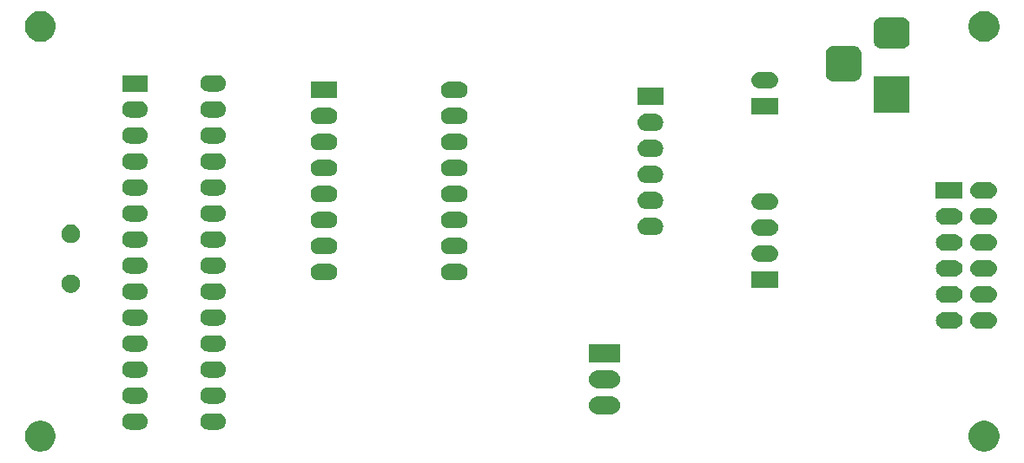
<source format=gbr>
G04 #@! TF.GenerationSoftware,KiCad,Pcbnew,(5.0.1)-rc2*
G04 #@! TF.CreationDate,2020-08-26T14:01:22+08:00*
G04 #@! TF.ProjectId,Peristaltic Pump PCB,506572697374616C7469632050756D70,rev?*
G04 #@! TF.SameCoordinates,PX2ebae40PY9d5b340*
G04 #@! TF.FileFunction,Soldermask,Bot*
G04 #@! TF.FilePolarity,Negative*
%FSLAX46Y46*%
G04 Gerber Fmt 4.6, Leading zero omitted, Abs format (unit mm)*
G04 Created by KiCad (PCBNEW (5.0.1)-rc2) date 08/26/20 14:01:22*
%MOMM*%
%LPD*%
G01*
G04 APERTURE LIST*
%ADD10C,0.100000*%
G04 APERTURE END LIST*
D10*
G36*
X96340935Y5461571D02*
X96437534Y5442356D01*
X96710517Y5329283D01*
X96801974Y5268173D01*
X96956197Y5165124D01*
X97165124Y4956197D01*
X97329284Y4710515D01*
X97442356Y4437533D01*
X97500000Y4147739D01*
X97500000Y3852261D01*
X97442356Y3562467D01*
X97329284Y3289485D01*
X97165124Y3043803D01*
X96956197Y2834876D01*
X96956194Y2834874D01*
X96710517Y2670717D01*
X96437534Y2557644D01*
X96340935Y2538429D01*
X96147739Y2500000D01*
X95852261Y2500000D01*
X95659065Y2538429D01*
X95562466Y2557644D01*
X95289483Y2670717D01*
X95043806Y2834874D01*
X95043803Y2834876D01*
X94834876Y3043803D01*
X94670716Y3289485D01*
X94557644Y3562467D01*
X94500000Y3852261D01*
X94500000Y4147739D01*
X94557644Y4437533D01*
X94670716Y4710515D01*
X94834876Y4956197D01*
X95043803Y5165124D01*
X95198026Y5268173D01*
X95289483Y5329283D01*
X95562466Y5442356D01*
X95659065Y5461571D01*
X95852261Y5500000D01*
X96147739Y5500000D01*
X96340935Y5461571D01*
X96340935Y5461571D01*
G37*
G36*
X4340935Y5461571D02*
X4437534Y5442356D01*
X4710517Y5329283D01*
X4801974Y5268173D01*
X4956197Y5165124D01*
X5165124Y4956197D01*
X5329284Y4710515D01*
X5442356Y4437533D01*
X5500000Y4147739D01*
X5500000Y3852261D01*
X5442356Y3562467D01*
X5329284Y3289485D01*
X5165124Y3043803D01*
X4956197Y2834876D01*
X4956194Y2834874D01*
X4710517Y2670717D01*
X4437534Y2557644D01*
X4340935Y2538429D01*
X4147739Y2500000D01*
X3852261Y2500000D01*
X3659065Y2538429D01*
X3562466Y2557644D01*
X3289483Y2670717D01*
X3043806Y2834874D01*
X3043803Y2834876D01*
X2834876Y3043803D01*
X2670716Y3289485D01*
X2557644Y3562467D01*
X2500000Y3852261D01*
X2500000Y4147739D01*
X2557644Y4437533D01*
X2670716Y4710515D01*
X2834876Y4956197D01*
X3043803Y5165124D01*
X3198026Y5268173D01*
X3289483Y5329283D01*
X3562466Y5442356D01*
X3659065Y5461571D01*
X3852261Y5500000D01*
X4147739Y5500000D01*
X4340935Y5461571D01*
X4340935Y5461571D01*
G37*
G36*
X21417649Y6217283D02*
X21456827Y6213424D01*
X21532228Y6190551D01*
X21607629Y6167679D01*
X21746608Y6093392D01*
X21868422Y5993422D01*
X21968392Y5871608D01*
X22042679Y5732629D01*
X22088424Y5581826D01*
X22103870Y5425000D01*
X22088424Y5268174D01*
X22042679Y5117371D01*
X21968392Y4978392D01*
X21868422Y4856578D01*
X21746608Y4756608D01*
X21607629Y4682321D01*
X21532227Y4659448D01*
X21456827Y4636576D01*
X21417649Y4632717D01*
X21339295Y4625000D01*
X20360705Y4625000D01*
X20282351Y4632717D01*
X20243173Y4636576D01*
X20167773Y4659448D01*
X20092371Y4682321D01*
X19953392Y4756608D01*
X19831578Y4856578D01*
X19731608Y4978392D01*
X19657321Y5117371D01*
X19611576Y5268174D01*
X19596130Y5425000D01*
X19611576Y5581826D01*
X19657321Y5732629D01*
X19731608Y5871608D01*
X19831578Y5993422D01*
X19953392Y6093392D01*
X20092371Y6167679D01*
X20167772Y6190551D01*
X20243173Y6213424D01*
X20282351Y6217283D01*
X20360705Y6225000D01*
X21339295Y6225000D01*
X21417649Y6217283D01*
X21417649Y6217283D01*
G37*
G36*
X13797649Y6217283D02*
X13836827Y6213424D01*
X13912228Y6190551D01*
X13987629Y6167679D01*
X14126608Y6093392D01*
X14248422Y5993422D01*
X14348392Y5871608D01*
X14422679Y5732629D01*
X14468424Y5581826D01*
X14483870Y5425000D01*
X14468424Y5268174D01*
X14422679Y5117371D01*
X14348392Y4978392D01*
X14248422Y4856578D01*
X14126608Y4756608D01*
X13987629Y4682321D01*
X13912227Y4659448D01*
X13836827Y4636576D01*
X13797649Y4632717D01*
X13719295Y4625000D01*
X12740705Y4625000D01*
X12662351Y4632717D01*
X12623173Y4636576D01*
X12547773Y4659448D01*
X12472371Y4682321D01*
X12333392Y4756608D01*
X12211578Y4856578D01*
X12111608Y4978392D01*
X12037321Y5117371D01*
X11991576Y5268174D01*
X11976130Y5425000D01*
X11991576Y5581826D01*
X12037321Y5732629D01*
X12111608Y5871608D01*
X12211578Y5993422D01*
X12333392Y6093392D01*
X12472371Y6167679D01*
X12547772Y6190551D01*
X12623173Y6213424D01*
X12662351Y6217283D01*
X12740705Y6225000D01*
X13719295Y6225000D01*
X13797649Y6217283D01*
X13797649Y6217283D01*
G37*
G36*
X59776432Y7886978D02*
X59946081Y7835515D01*
X60102433Y7751944D01*
X60239475Y7639475D01*
X60351944Y7502433D01*
X60435515Y7346081D01*
X60486978Y7176432D01*
X60504354Y7000000D01*
X60486978Y6823568D01*
X60435515Y6653919D01*
X60351944Y6497567D01*
X60239475Y6360525D01*
X60102433Y6248056D01*
X59946081Y6164485D01*
X59776432Y6113022D01*
X59644211Y6100000D01*
X58355789Y6100000D01*
X58223568Y6113022D01*
X58053919Y6164485D01*
X57897567Y6248056D01*
X57760525Y6360525D01*
X57648056Y6497567D01*
X57564485Y6653919D01*
X57513022Y6823568D01*
X57495646Y7000000D01*
X57513022Y7176432D01*
X57564485Y7346081D01*
X57648056Y7502433D01*
X57760525Y7639475D01*
X57897567Y7751944D01*
X58053919Y7835515D01*
X58223568Y7886978D01*
X58355789Y7900000D01*
X59644211Y7900000D01*
X59776432Y7886978D01*
X59776432Y7886978D01*
G37*
G36*
X21417649Y8757283D02*
X21456827Y8753424D01*
X21532228Y8730551D01*
X21607629Y8707679D01*
X21746608Y8633392D01*
X21868422Y8533422D01*
X21968392Y8411608D01*
X22042679Y8272629D01*
X22088424Y8121826D01*
X22103870Y7965000D01*
X22088424Y7808174D01*
X22042679Y7657371D01*
X21968392Y7518392D01*
X21868422Y7396578D01*
X21746608Y7296608D01*
X21607629Y7222321D01*
X21532228Y7199449D01*
X21456827Y7176576D01*
X21417649Y7172717D01*
X21339295Y7165000D01*
X20360705Y7165000D01*
X20282351Y7172717D01*
X20243173Y7176576D01*
X20167772Y7199449D01*
X20092371Y7222321D01*
X19953392Y7296608D01*
X19831578Y7396578D01*
X19731608Y7518392D01*
X19657321Y7657371D01*
X19611576Y7808174D01*
X19596130Y7965000D01*
X19611576Y8121826D01*
X19657321Y8272629D01*
X19731608Y8411608D01*
X19831578Y8533422D01*
X19953392Y8633392D01*
X20092371Y8707679D01*
X20167772Y8730551D01*
X20243173Y8753424D01*
X20282351Y8757283D01*
X20360705Y8765000D01*
X21339295Y8765000D01*
X21417649Y8757283D01*
X21417649Y8757283D01*
G37*
G36*
X13797649Y8757283D02*
X13836827Y8753424D01*
X13912228Y8730551D01*
X13987629Y8707679D01*
X14126608Y8633392D01*
X14248422Y8533422D01*
X14348392Y8411608D01*
X14422679Y8272629D01*
X14468424Y8121826D01*
X14483870Y7965000D01*
X14468424Y7808174D01*
X14422679Y7657371D01*
X14348392Y7518392D01*
X14248422Y7396578D01*
X14126608Y7296608D01*
X13987629Y7222321D01*
X13912228Y7199449D01*
X13836827Y7176576D01*
X13797649Y7172717D01*
X13719295Y7165000D01*
X12740705Y7165000D01*
X12662351Y7172717D01*
X12623173Y7176576D01*
X12547772Y7199449D01*
X12472371Y7222321D01*
X12333392Y7296608D01*
X12211578Y7396578D01*
X12111608Y7518392D01*
X12037321Y7657371D01*
X11991576Y7808174D01*
X11976130Y7965000D01*
X11991576Y8121826D01*
X12037321Y8272629D01*
X12111608Y8411608D01*
X12211578Y8533422D01*
X12333392Y8633392D01*
X12472371Y8707679D01*
X12547772Y8730551D01*
X12623173Y8753424D01*
X12662351Y8757283D01*
X12740705Y8765000D01*
X13719295Y8765000D01*
X13797649Y8757283D01*
X13797649Y8757283D01*
G37*
G36*
X59776432Y10426978D02*
X59946081Y10375515D01*
X60102433Y10291944D01*
X60239475Y10179475D01*
X60351944Y10042433D01*
X60435515Y9886081D01*
X60486978Y9716432D01*
X60504354Y9540000D01*
X60486978Y9363568D01*
X60435515Y9193919D01*
X60351944Y9037567D01*
X60239475Y8900525D01*
X60102433Y8788056D01*
X59946081Y8704485D01*
X59776432Y8653022D01*
X59644211Y8640000D01*
X58355789Y8640000D01*
X58223568Y8653022D01*
X58053919Y8704485D01*
X57897567Y8788056D01*
X57760525Y8900525D01*
X57648056Y9037567D01*
X57564485Y9193919D01*
X57513022Y9363568D01*
X57495646Y9540000D01*
X57513022Y9716432D01*
X57564485Y9886081D01*
X57648056Y10042433D01*
X57760525Y10179475D01*
X57897567Y10291944D01*
X58053919Y10375515D01*
X58223568Y10426978D01*
X58355789Y10440000D01*
X59644211Y10440000D01*
X59776432Y10426978D01*
X59776432Y10426978D01*
G37*
G36*
X13797649Y11297283D02*
X13836827Y11293424D01*
X13912228Y11270551D01*
X13987629Y11247679D01*
X14126608Y11173392D01*
X14248422Y11073422D01*
X14348392Y10951608D01*
X14422679Y10812629D01*
X14468424Y10661826D01*
X14483870Y10505000D01*
X14468424Y10348174D01*
X14422679Y10197371D01*
X14348392Y10058392D01*
X14248422Y9936578D01*
X14126608Y9836608D01*
X13987629Y9762321D01*
X13912228Y9739449D01*
X13836827Y9716576D01*
X13797649Y9712717D01*
X13719295Y9705000D01*
X12740705Y9705000D01*
X12662351Y9712717D01*
X12623173Y9716576D01*
X12547772Y9739449D01*
X12472371Y9762321D01*
X12333392Y9836608D01*
X12211578Y9936578D01*
X12111608Y10058392D01*
X12037321Y10197371D01*
X11991576Y10348174D01*
X11976130Y10505000D01*
X11991576Y10661826D01*
X12037321Y10812629D01*
X12111608Y10951608D01*
X12211578Y11073422D01*
X12333392Y11173392D01*
X12472371Y11247679D01*
X12547772Y11270551D01*
X12623173Y11293424D01*
X12662351Y11297283D01*
X12740705Y11305000D01*
X13719295Y11305000D01*
X13797649Y11297283D01*
X13797649Y11297283D01*
G37*
G36*
X21417649Y11297283D02*
X21456827Y11293424D01*
X21532228Y11270551D01*
X21607629Y11247679D01*
X21746608Y11173392D01*
X21868422Y11073422D01*
X21968392Y10951608D01*
X22042679Y10812629D01*
X22088424Y10661826D01*
X22103870Y10505000D01*
X22088424Y10348174D01*
X22042679Y10197371D01*
X21968392Y10058392D01*
X21868422Y9936578D01*
X21746608Y9836608D01*
X21607629Y9762321D01*
X21532228Y9739449D01*
X21456827Y9716576D01*
X21417649Y9712717D01*
X21339295Y9705000D01*
X20360705Y9705000D01*
X20282351Y9712717D01*
X20243173Y9716576D01*
X20167772Y9739449D01*
X20092371Y9762321D01*
X19953392Y9836608D01*
X19831578Y9936578D01*
X19731608Y10058392D01*
X19657321Y10197371D01*
X19611576Y10348174D01*
X19596130Y10505000D01*
X19611576Y10661826D01*
X19657321Y10812629D01*
X19731608Y10951608D01*
X19831578Y11073422D01*
X19953392Y11173392D01*
X20092371Y11247679D01*
X20167772Y11270551D01*
X20243173Y11293424D01*
X20282351Y11297283D01*
X20360705Y11305000D01*
X21339295Y11305000D01*
X21417649Y11297283D01*
X21417649Y11297283D01*
G37*
G36*
X60500000Y11180000D02*
X57500000Y11180000D01*
X57500000Y12980000D01*
X60500000Y12980000D01*
X60500000Y11180000D01*
X60500000Y11180000D01*
G37*
G36*
X21417649Y13837283D02*
X21456827Y13833424D01*
X21532228Y13810551D01*
X21607629Y13787679D01*
X21746608Y13713392D01*
X21868422Y13613422D01*
X21968392Y13491608D01*
X22042679Y13352629D01*
X22088424Y13201826D01*
X22103870Y13045000D01*
X22088424Y12888174D01*
X22042679Y12737371D01*
X21968392Y12598392D01*
X21868422Y12476578D01*
X21746608Y12376608D01*
X21607629Y12302321D01*
X21532227Y12279448D01*
X21456827Y12256576D01*
X21417649Y12252717D01*
X21339295Y12245000D01*
X20360705Y12245000D01*
X20282351Y12252717D01*
X20243173Y12256576D01*
X20167773Y12279448D01*
X20092371Y12302321D01*
X19953392Y12376608D01*
X19831578Y12476578D01*
X19731608Y12598392D01*
X19657321Y12737371D01*
X19611576Y12888174D01*
X19596130Y13045000D01*
X19611576Y13201826D01*
X19657321Y13352629D01*
X19731608Y13491608D01*
X19831578Y13613422D01*
X19953392Y13713392D01*
X20092371Y13787679D01*
X20167772Y13810551D01*
X20243173Y13833424D01*
X20282351Y13837283D01*
X20360705Y13845000D01*
X21339295Y13845000D01*
X21417649Y13837283D01*
X21417649Y13837283D01*
G37*
G36*
X13797649Y13837283D02*
X13836827Y13833424D01*
X13912228Y13810551D01*
X13987629Y13787679D01*
X14126608Y13713392D01*
X14248422Y13613422D01*
X14348392Y13491608D01*
X14422679Y13352629D01*
X14468424Y13201826D01*
X14483870Y13045000D01*
X14468424Y12888174D01*
X14422679Y12737371D01*
X14348392Y12598392D01*
X14248422Y12476578D01*
X14126608Y12376608D01*
X13987629Y12302321D01*
X13912227Y12279448D01*
X13836827Y12256576D01*
X13797649Y12252717D01*
X13719295Y12245000D01*
X12740705Y12245000D01*
X12662351Y12252717D01*
X12623173Y12256576D01*
X12547773Y12279448D01*
X12472371Y12302321D01*
X12333392Y12376608D01*
X12211578Y12476578D01*
X12111608Y12598392D01*
X12037321Y12737371D01*
X11991576Y12888174D01*
X11976130Y13045000D01*
X11991576Y13201826D01*
X12037321Y13352629D01*
X12111608Y13491608D01*
X12211578Y13613422D01*
X12333392Y13713392D01*
X12472371Y13787679D01*
X12547772Y13810551D01*
X12623173Y13833424D01*
X12662351Y13837283D01*
X12740705Y13845000D01*
X13719295Y13845000D01*
X13797649Y13837283D01*
X13797649Y13837283D01*
G37*
G36*
X96557649Y16092283D02*
X96596827Y16088424D01*
X96672227Y16065552D01*
X96747629Y16042679D01*
X96886608Y15968392D01*
X97008422Y15868422D01*
X97108392Y15746608D01*
X97182679Y15607629D01*
X97182679Y15607628D01*
X97228424Y15456827D01*
X97243870Y15300000D01*
X97228424Y15143173D01*
X97205551Y15067772D01*
X97182679Y14992371D01*
X97108392Y14853392D01*
X97008422Y14731578D01*
X96886608Y14631608D01*
X96747629Y14557321D01*
X96672227Y14534448D01*
X96596827Y14511576D01*
X96557649Y14507717D01*
X96479295Y14500000D01*
X95400705Y14500000D01*
X95322351Y14507717D01*
X95283173Y14511576D01*
X95207773Y14534448D01*
X95132371Y14557321D01*
X94993392Y14631608D01*
X94871578Y14731578D01*
X94771608Y14853392D01*
X94697321Y14992371D01*
X94674449Y15067772D01*
X94651576Y15143173D01*
X94636130Y15300000D01*
X94651576Y15456827D01*
X94697321Y15607628D01*
X94697321Y15607629D01*
X94771608Y15746608D01*
X94871578Y15868422D01*
X94993392Y15968392D01*
X95132371Y16042679D01*
X95207773Y16065552D01*
X95283173Y16088424D01*
X95322351Y16092283D01*
X95400705Y16100000D01*
X96479295Y16100000D01*
X96557649Y16092283D01*
X96557649Y16092283D01*
G37*
G36*
X93217649Y16092283D02*
X93256827Y16088424D01*
X93332227Y16065552D01*
X93407629Y16042679D01*
X93546608Y15968392D01*
X93668422Y15868422D01*
X93768392Y15746608D01*
X93842679Y15607629D01*
X93842679Y15607628D01*
X93888424Y15456827D01*
X93903870Y15300000D01*
X93888424Y15143173D01*
X93865551Y15067772D01*
X93842679Y14992371D01*
X93768392Y14853392D01*
X93668422Y14731578D01*
X93546608Y14631608D01*
X93407629Y14557321D01*
X93332227Y14534448D01*
X93256827Y14511576D01*
X93217649Y14507717D01*
X93139295Y14500000D01*
X92060705Y14500000D01*
X91982351Y14507717D01*
X91943173Y14511576D01*
X91867773Y14534448D01*
X91792371Y14557321D01*
X91653392Y14631608D01*
X91531578Y14731578D01*
X91431608Y14853392D01*
X91357321Y14992371D01*
X91334449Y15067772D01*
X91311576Y15143173D01*
X91296130Y15300000D01*
X91311576Y15456827D01*
X91357321Y15607628D01*
X91357321Y15607629D01*
X91431608Y15746608D01*
X91531578Y15868422D01*
X91653392Y15968392D01*
X91792371Y16042679D01*
X91867773Y16065552D01*
X91943173Y16088424D01*
X91982351Y16092283D01*
X92060705Y16100000D01*
X93139295Y16100000D01*
X93217649Y16092283D01*
X93217649Y16092283D01*
G37*
G36*
X13797649Y16377283D02*
X13836827Y16373424D01*
X13912228Y16350551D01*
X13987629Y16327679D01*
X14126608Y16253392D01*
X14248422Y16153422D01*
X14348392Y16031608D01*
X14422679Y15892629D01*
X14422679Y15892628D01*
X14466974Y15746608D01*
X14468424Y15741826D01*
X14483870Y15585000D01*
X14468424Y15428174D01*
X14422679Y15277371D01*
X14348392Y15138392D01*
X14248422Y15016578D01*
X14126608Y14916608D01*
X13987629Y14842321D01*
X13912227Y14819448D01*
X13836827Y14796576D01*
X13797649Y14792717D01*
X13719295Y14785000D01*
X12740705Y14785000D01*
X12662351Y14792717D01*
X12623173Y14796576D01*
X12547772Y14819449D01*
X12472371Y14842321D01*
X12333392Y14916608D01*
X12211578Y15016578D01*
X12111608Y15138392D01*
X12037321Y15277371D01*
X11991576Y15428174D01*
X11976130Y15585000D01*
X11991576Y15741826D01*
X11993027Y15746608D01*
X12037321Y15892628D01*
X12037321Y15892629D01*
X12111608Y16031608D01*
X12211578Y16153422D01*
X12333392Y16253392D01*
X12472371Y16327679D01*
X12547773Y16350552D01*
X12623173Y16373424D01*
X12662351Y16377283D01*
X12740705Y16385000D01*
X13719295Y16385000D01*
X13797649Y16377283D01*
X13797649Y16377283D01*
G37*
G36*
X21417649Y16377283D02*
X21456827Y16373424D01*
X21532228Y16350551D01*
X21607629Y16327679D01*
X21746608Y16253392D01*
X21868422Y16153422D01*
X21968392Y16031608D01*
X22042679Y15892629D01*
X22042679Y15892628D01*
X22086974Y15746608D01*
X22088424Y15741826D01*
X22103870Y15585000D01*
X22088424Y15428174D01*
X22042679Y15277371D01*
X21968392Y15138392D01*
X21868422Y15016578D01*
X21746608Y14916608D01*
X21607629Y14842321D01*
X21532227Y14819448D01*
X21456827Y14796576D01*
X21417649Y14792717D01*
X21339295Y14785000D01*
X20360705Y14785000D01*
X20282351Y14792717D01*
X20243173Y14796576D01*
X20167772Y14819449D01*
X20092371Y14842321D01*
X19953392Y14916608D01*
X19831578Y15016578D01*
X19731608Y15138392D01*
X19657321Y15277371D01*
X19611576Y15428174D01*
X19596130Y15585000D01*
X19611576Y15741826D01*
X19613027Y15746608D01*
X19657321Y15892628D01*
X19657321Y15892629D01*
X19731608Y16031608D01*
X19831578Y16153422D01*
X19953392Y16253392D01*
X20092371Y16327679D01*
X20167773Y16350552D01*
X20243173Y16373424D01*
X20282351Y16377283D01*
X20360705Y16385000D01*
X21339295Y16385000D01*
X21417649Y16377283D01*
X21417649Y16377283D01*
G37*
G36*
X96557649Y18632283D02*
X96596827Y18628424D01*
X96672227Y18605552D01*
X96747629Y18582679D01*
X96886608Y18508392D01*
X97008422Y18408422D01*
X97108392Y18286608D01*
X97182679Y18147629D01*
X97182679Y18147628D01*
X97228424Y17996827D01*
X97243870Y17840000D01*
X97228424Y17683173D01*
X97205552Y17607773D01*
X97182679Y17532371D01*
X97108392Y17393392D01*
X97008422Y17271578D01*
X96886608Y17171608D01*
X96747629Y17097321D01*
X96672227Y17074448D01*
X96596827Y17051576D01*
X96557649Y17047717D01*
X96479295Y17040000D01*
X95400705Y17040000D01*
X95322351Y17047717D01*
X95283173Y17051576D01*
X95207773Y17074448D01*
X95132371Y17097321D01*
X94993392Y17171608D01*
X94871578Y17271578D01*
X94771608Y17393392D01*
X94697321Y17532371D01*
X94674448Y17607773D01*
X94651576Y17683173D01*
X94636130Y17840000D01*
X94651576Y17996827D01*
X94697321Y18147628D01*
X94697321Y18147629D01*
X94771608Y18286608D01*
X94871578Y18408422D01*
X94993392Y18508392D01*
X95132371Y18582679D01*
X95207773Y18605552D01*
X95283173Y18628424D01*
X95322351Y18632283D01*
X95400705Y18640000D01*
X96479295Y18640000D01*
X96557649Y18632283D01*
X96557649Y18632283D01*
G37*
G36*
X93217649Y18632283D02*
X93256827Y18628424D01*
X93332227Y18605552D01*
X93407629Y18582679D01*
X93546608Y18508392D01*
X93668422Y18408422D01*
X93768392Y18286608D01*
X93842679Y18147629D01*
X93842679Y18147628D01*
X93888424Y17996827D01*
X93903870Y17840000D01*
X93888424Y17683173D01*
X93865552Y17607773D01*
X93842679Y17532371D01*
X93768392Y17393392D01*
X93668422Y17271578D01*
X93546608Y17171608D01*
X93407629Y17097321D01*
X93332227Y17074448D01*
X93256827Y17051576D01*
X93217649Y17047717D01*
X93139295Y17040000D01*
X92060705Y17040000D01*
X91982351Y17047717D01*
X91943173Y17051576D01*
X91867773Y17074448D01*
X91792371Y17097321D01*
X91653392Y17171608D01*
X91531578Y17271578D01*
X91431608Y17393392D01*
X91357321Y17532371D01*
X91334448Y17607773D01*
X91311576Y17683173D01*
X91296130Y17840000D01*
X91311576Y17996827D01*
X91357321Y18147628D01*
X91357321Y18147629D01*
X91431608Y18286608D01*
X91531578Y18408422D01*
X91653392Y18508392D01*
X91792371Y18582679D01*
X91867773Y18605552D01*
X91943173Y18628424D01*
X91982351Y18632283D01*
X92060705Y18640000D01*
X93139295Y18640000D01*
X93217649Y18632283D01*
X93217649Y18632283D01*
G37*
G36*
X21417649Y18917283D02*
X21456827Y18913424D01*
X21532227Y18890552D01*
X21607629Y18867679D01*
X21746608Y18793392D01*
X21868422Y18693422D01*
X21968392Y18571608D01*
X22042679Y18432629D01*
X22042679Y18432628D01*
X22086974Y18286608D01*
X22088424Y18281826D01*
X22103870Y18125000D01*
X22088424Y17968174D01*
X22042679Y17817371D01*
X21968392Y17678392D01*
X21868422Y17556578D01*
X21746608Y17456608D01*
X21607629Y17382321D01*
X21532228Y17359449D01*
X21456827Y17336576D01*
X21417649Y17332717D01*
X21339295Y17325000D01*
X20360705Y17325000D01*
X20282351Y17332717D01*
X20243173Y17336576D01*
X20167772Y17359449D01*
X20092371Y17382321D01*
X19953392Y17456608D01*
X19831578Y17556578D01*
X19731608Y17678392D01*
X19657321Y17817371D01*
X19611576Y17968174D01*
X19596130Y18125000D01*
X19611576Y18281826D01*
X19613027Y18286608D01*
X19657321Y18432628D01*
X19657321Y18432629D01*
X19731608Y18571608D01*
X19831578Y18693422D01*
X19953392Y18793392D01*
X20092371Y18867679D01*
X20167773Y18890552D01*
X20243173Y18913424D01*
X20282351Y18917283D01*
X20360705Y18925000D01*
X21339295Y18925000D01*
X21417649Y18917283D01*
X21417649Y18917283D01*
G37*
G36*
X13797649Y18917283D02*
X13836827Y18913424D01*
X13912227Y18890552D01*
X13987629Y18867679D01*
X14126608Y18793392D01*
X14248422Y18693422D01*
X14348392Y18571608D01*
X14422679Y18432629D01*
X14422679Y18432628D01*
X14466974Y18286608D01*
X14468424Y18281826D01*
X14483870Y18125000D01*
X14468424Y17968174D01*
X14422679Y17817371D01*
X14348392Y17678392D01*
X14248422Y17556578D01*
X14126608Y17456608D01*
X13987629Y17382321D01*
X13912228Y17359449D01*
X13836827Y17336576D01*
X13797649Y17332717D01*
X13719295Y17325000D01*
X12740705Y17325000D01*
X12662351Y17332717D01*
X12623173Y17336576D01*
X12547772Y17359449D01*
X12472371Y17382321D01*
X12333392Y17456608D01*
X12211578Y17556578D01*
X12111608Y17678392D01*
X12037321Y17817371D01*
X11991576Y17968174D01*
X11976130Y18125000D01*
X11991576Y18281826D01*
X11993027Y18286608D01*
X12037321Y18432628D01*
X12037321Y18432629D01*
X12111608Y18571608D01*
X12211578Y18693422D01*
X12333392Y18793392D01*
X12472371Y18867679D01*
X12547773Y18890552D01*
X12623173Y18913424D01*
X12662351Y18917283D01*
X12740705Y18925000D01*
X13719295Y18925000D01*
X13797649Y18917283D01*
X13797649Y18917283D01*
G37*
G36*
X7237521Y19745414D02*
X7401309Y19677571D01*
X7548720Y19579074D01*
X7674074Y19453720D01*
X7772571Y19306309D01*
X7840414Y19142521D01*
X7875000Y18968644D01*
X7875000Y18791356D01*
X7840414Y18617479D01*
X7772571Y18453691D01*
X7674074Y18306280D01*
X7548720Y18180926D01*
X7401309Y18082429D01*
X7237521Y18014586D01*
X7063644Y17980000D01*
X6886356Y17980000D01*
X6712479Y18014586D01*
X6548691Y18082429D01*
X6401280Y18180926D01*
X6275926Y18306280D01*
X6177429Y18453691D01*
X6109586Y18617479D01*
X6075000Y18791356D01*
X6075000Y18968644D01*
X6109586Y19142521D01*
X6177429Y19306309D01*
X6275926Y19453720D01*
X6401280Y19579074D01*
X6548691Y19677571D01*
X6712479Y19745414D01*
X6886356Y19780000D01*
X7063644Y19780000D01*
X7237521Y19745414D01*
X7237521Y19745414D01*
G37*
G36*
X75936000Y18485000D02*
X73336000Y18485000D01*
X73336000Y20085000D01*
X75936000Y20085000D01*
X75936000Y18485000D01*
X75936000Y18485000D01*
G37*
G36*
X32262649Y20822283D02*
X32301827Y20818424D01*
X32377227Y20795552D01*
X32452629Y20772679D01*
X32591608Y20698392D01*
X32713422Y20598422D01*
X32813392Y20476608D01*
X32887679Y20337629D01*
X32887679Y20337628D01*
X32933424Y20186827D01*
X32948870Y20030000D01*
X32933424Y19873173D01*
X32914739Y19811578D01*
X32887679Y19722371D01*
X32813392Y19583392D01*
X32713422Y19461578D01*
X32591608Y19361608D01*
X32452629Y19287321D01*
X32377228Y19264449D01*
X32301827Y19241576D01*
X32262649Y19237717D01*
X32184295Y19230000D01*
X31105705Y19230000D01*
X31027351Y19237717D01*
X30988173Y19241576D01*
X30912773Y19264448D01*
X30837371Y19287321D01*
X30698392Y19361608D01*
X30576578Y19461578D01*
X30476608Y19583392D01*
X30402321Y19722371D01*
X30375261Y19811578D01*
X30356576Y19873173D01*
X30341130Y20030000D01*
X30356576Y20186827D01*
X30402321Y20337628D01*
X30402321Y20337629D01*
X30476608Y20476608D01*
X30576578Y20598422D01*
X30698392Y20698392D01*
X30837371Y20772679D01*
X30912773Y20795552D01*
X30988173Y20818424D01*
X31027351Y20822283D01*
X31105705Y20830000D01*
X32184295Y20830000D01*
X32262649Y20822283D01*
X32262649Y20822283D01*
G37*
G36*
X44962649Y20822283D02*
X45001827Y20818424D01*
X45077227Y20795552D01*
X45152629Y20772679D01*
X45291608Y20698392D01*
X45413422Y20598422D01*
X45513392Y20476608D01*
X45587679Y20337629D01*
X45587679Y20337628D01*
X45633424Y20186827D01*
X45648870Y20030000D01*
X45633424Y19873173D01*
X45614739Y19811578D01*
X45587679Y19722371D01*
X45513392Y19583392D01*
X45413422Y19461578D01*
X45291608Y19361608D01*
X45152629Y19287321D01*
X45077228Y19264449D01*
X45001827Y19241576D01*
X44962649Y19237717D01*
X44884295Y19230000D01*
X43805705Y19230000D01*
X43727351Y19237717D01*
X43688173Y19241576D01*
X43612773Y19264448D01*
X43537371Y19287321D01*
X43398392Y19361608D01*
X43276578Y19461578D01*
X43176608Y19583392D01*
X43102321Y19722371D01*
X43075261Y19811578D01*
X43056576Y19873173D01*
X43041130Y20030000D01*
X43056576Y20186827D01*
X43102321Y20337628D01*
X43102321Y20337629D01*
X43176608Y20476608D01*
X43276578Y20598422D01*
X43398392Y20698392D01*
X43537371Y20772679D01*
X43612773Y20795552D01*
X43688173Y20818424D01*
X43727351Y20822283D01*
X43805705Y20830000D01*
X44884295Y20830000D01*
X44962649Y20822283D01*
X44962649Y20822283D01*
G37*
G36*
X96557649Y21172283D02*
X96596827Y21168424D01*
X96635779Y21156608D01*
X96747629Y21122679D01*
X96886608Y21048392D01*
X97008422Y20948422D01*
X97108392Y20826608D01*
X97182679Y20687629D01*
X97182679Y20687628D01*
X97228424Y20536827D01*
X97243870Y20380000D01*
X97228424Y20223173D01*
X97217398Y20186826D01*
X97182679Y20072371D01*
X97108392Y19933392D01*
X97008422Y19811578D01*
X96886608Y19711608D01*
X96747629Y19637321D01*
X96672227Y19614448D01*
X96596827Y19591576D01*
X96557649Y19587717D01*
X96479295Y19580000D01*
X95400705Y19580000D01*
X95322351Y19587717D01*
X95283173Y19591576D01*
X95207773Y19614448D01*
X95132371Y19637321D01*
X94993392Y19711608D01*
X94871578Y19811578D01*
X94771608Y19933392D01*
X94697321Y20072371D01*
X94662602Y20186826D01*
X94651576Y20223173D01*
X94636130Y20380000D01*
X94651576Y20536827D01*
X94697321Y20687628D01*
X94697321Y20687629D01*
X94771608Y20826608D01*
X94871578Y20948422D01*
X94993392Y21048392D01*
X95132371Y21122679D01*
X95244221Y21156608D01*
X95283173Y21168424D01*
X95322351Y21172283D01*
X95400705Y21180000D01*
X96479295Y21180000D01*
X96557649Y21172283D01*
X96557649Y21172283D01*
G37*
G36*
X93217649Y21172283D02*
X93256827Y21168424D01*
X93295779Y21156608D01*
X93407629Y21122679D01*
X93546608Y21048392D01*
X93668422Y20948422D01*
X93768392Y20826608D01*
X93842679Y20687629D01*
X93842679Y20687628D01*
X93888424Y20536827D01*
X93903870Y20380000D01*
X93888424Y20223173D01*
X93877398Y20186826D01*
X93842679Y20072371D01*
X93768392Y19933392D01*
X93668422Y19811578D01*
X93546608Y19711608D01*
X93407629Y19637321D01*
X93332227Y19614448D01*
X93256827Y19591576D01*
X93217649Y19587717D01*
X93139295Y19580000D01*
X92060705Y19580000D01*
X91982351Y19587717D01*
X91943173Y19591576D01*
X91867773Y19614448D01*
X91792371Y19637321D01*
X91653392Y19711608D01*
X91531578Y19811578D01*
X91431608Y19933392D01*
X91357321Y20072371D01*
X91322602Y20186826D01*
X91311576Y20223173D01*
X91296130Y20380000D01*
X91311576Y20536827D01*
X91357321Y20687628D01*
X91357321Y20687629D01*
X91431608Y20826608D01*
X91531578Y20948422D01*
X91653392Y21048392D01*
X91792371Y21122679D01*
X91904221Y21156608D01*
X91943173Y21168424D01*
X91982351Y21172283D01*
X92060705Y21180000D01*
X93139295Y21180000D01*
X93217649Y21172283D01*
X93217649Y21172283D01*
G37*
G36*
X21417649Y21457283D02*
X21456827Y21453424D01*
X21532228Y21430551D01*
X21607629Y21407679D01*
X21746608Y21333392D01*
X21868422Y21233422D01*
X21968392Y21111608D01*
X22042679Y20972629D01*
X22042679Y20972628D01*
X22086974Y20826608D01*
X22088424Y20821826D01*
X22103870Y20665000D01*
X22088424Y20508174D01*
X22042679Y20357371D01*
X21968392Y20218392D01*
X21868422Y20096578D01*
X21746608Y19996608D01*
X21607629Y19922321D01*
X21532227Y19899448D01*
X21456827Y19876576D01*
X21422286Y19873174D01*
X21339295Y19865000D01*
X20360705Y19865000D01*
X20277714Y19873174D01*
X20243173Y19876576D01*
X20167773Y19899448D01*
X20092371Y19922321D01*
X19953392Y19996608D01*
X19831578Y20096578D01*
X19731608Y20218392D01*
X19657321Y20357371D01*
X19611576Y20508174D01*
X19596130Y20665000D01*
X19611576Y20821826D01*
X19613027Y20826608D01*
X19657321Y20972628D01*
X19657321Y20972629D01*
X19731608Y21111608D01*
X19831578Y21233422D01*
X19953392Y21333392D01*
X20092371Y21407679D01*
X20167772Y21430551D01*
X20243173Y21453424D01*
X20282351Y21457283D01*
X20360705Y21465000D01*
X21339295Y21465000D01*
X21417649Y21457283D01*
X21417649Y21457283D01*
G37*
G36*
X13797649Y21457283D02*
X13836827Y21453424D01*
X13912228Y21430551D01*
X13987629Y21407679D01*
X14126608Y21333392D01*
X14248422Y21233422D01*
X14348392Y21111608D01*
X14422679Y20972629D01*
X14422679Y20972628D01*
X14466974Y20826608D01*
X14468424Y20821826D01*
X14483870Y20665000D01*
X14468424Y20508174D01*
X14422679Y20357371D01*
X14348392Y20218392D01*
X14248422Y20096578D01*
X14126608Y19996608D01*
X13987629Y19922321D01*
X13912227Y19899448D01*
X13836827Y19876576D01*
X13802286Y19873174D01*
X13719295Y19865000D01*
X12740705Y19865000D01*
X12657714Y19873174D01*
X12623173Y19876576D01*
X12547773Y19899448D01*
X12472371Y19922321D01*
X12333392Y19996608D01*
X12211578Y20096578D01*
X12111608Y20218392D01*
X12037321Y20357371D01*
X11991576Y20508174D01*
X11976130Y20665000D01*
X11991576Y20821826D01*
X11993027Y20826608D01*
X12037321Y20972628D01*
X12037321Y20972629D01*
X12111608Y21111608D01*
X12211578Y21233422D01*
X12333392Y21333392D01*
X12472371Y21407679D01*
X12547772Y21430551D01*
X12623173Y21453424D01*
X12662351Y21457283D01*
X12740705Y21465000D01*
X13719295Y21465000D01*
X13797649Y21457283D01*
X13797649Y21457283D01*
G37*
G36*
X75253649Y22617283D02*
X75292827Y22613424D01*
X75368227Y22590552D01*
X75443629Y22567679D01*
X75582608Y22493392D01*
X75704422Y22393422D01*
X75804392Y22271608D01*
X75878679Y22132629D01*
X75878679Y22132628D01*
X75918433Y22001578D01*
X75924424Y21981826D01*
X75939870Y21825000D01*
X75924424Y21668174D01*
X75878679Y21517371D01*
X75804392Y21378392D01*
X75704422Y21256578D01*
X75582608Y21156608D01*
X75443629Y21082321D01*
X75368228Y21059449D01*
X75292827Y21036576D01*
X75253649Y21032717D01*
X75175295Y21025000D01*
X74096705Y21025000D01*
X74018351Y21032717D01*
X73979173Y21036576D01*
X73903772Y21059449D01*
X73828371Y21082321D01*
X73689392Y21156608D01*
X73567578Y21256578D01*
X73467608Y21378392D01*
X73393321Y21517371D01*
X73347576Y21668174D01*
X73332130Y21825000D01*
X73347576Y21981826D01*
X73353568Y22001578D01*
X73393321Y22132628D01*
X73393321Y22132629D01*
X73467608Y22271608D01*
X73567578Y22393422D01*
X73689392Y22493392D01*
X73828371Y22567679D01*
X73903772Y22590551D01*
X73979173Y22613424D01*
X74018351Y22617283D01*
X74096705Y22625000D01*
X75175295Y22625000D01*
X75253649Y22617283D01*
X75253649Y22617283D01*
G37*
G36*
X44962649Y23362283D02*
X45001827Y23358424D01*
X45077227Y23335552D01*
X45152629Y23312679D01*
X45291608Y23238392D01*
X45413422Y23138422D01*
X45513392Y23016608D01*
X45587679Y22877629D01*
X45610551Y22802228D01*
X45633424Y22726827D01*
X45648870Y22570000D01*
X45633424Y22413173D01*
X45614739Y22351578D01*
X45587679Y22262371D01*
X45513392Y22123392D01*
X45413422Y22001578D01*
X45291608Y21901608D01*
X45152629Y21827321D01*
X45077227Y21804448D01*
X45001827Y21781576D01*
X44962649Y21777717D01*
X44884295Y21770000D01*
X43805705Y21770000D01*
X43727351Y21777717D01*
X43688173Y21781576D01*
X43612773Y21804448D01*
X43537371Y21827321D01*
X43398392Y21901608D01*
X43276578Y22001578D01*
X43176608Y22123392D01*
X43102321Y22262371D01*
X43075261Y22351578D01*
X43056576Y22413173D01*
X43041130Y22570000D01*
X43056576Y22726827D01*
X43079448Y22802227D01*
X43102321Y22877629D01*
X43176608Y23016608D01*
X43276578Y23138422D01*
X43398392Y23238392D01*
X43537371Y23312679D01*
X43612772Y23335551D01*
X43688173Y23358424D01*
X43727351Y23362283D01*
X43805705Y23370000D01*
X44884295Y23370000D01*
X44962649Y23362283D01*
X44962649Y23362283D01*
G37*
G36*
X32262649Y23362283D02*
X32301827Y23358424D01*
X32377227Y23335552D01*
X32452629Y23312679D01*
X32591608Y23238392D01*
X32713422Y23138422D01*
X32813392Y23016608D01*
X32887679Y22877629D01*
X32910551Y22802228D01*
X32933424Y22726827D01*
X32948870Y22570000D01*
X32933424Y22413173D01*
X32914739Y22351578D01*
X32887679Y22262371D01*
X32813392Y22123392D01*
X32713422Y22001578D01*
X32591608Y21901608D01*
X32452629Y21827321D01*
X32377227Y21804448D01*
X32301827Y21781576D01*
X32262649Y21777717D01*
X32184295Y21770000D01*
X31105705Y21770000D01*
X31027351Y21777717D01*
X30988173Y21781576D01*
X30912773Y21804448D01*
X30837371Y21827321D01*
X30698392Y21901608D01*
X30576578Y22001578D01*
X30476608Y22123392D01*
X30402321Y22262371D01*
X30375261Y22351578D01*
X30356576Y22413173D01*
X30341130Y22570000D01*
X30356576Y22726827D01*
X30379448Y22802227D01*
X30402321Y22877629D01*
X30476608Y23016608D01*
X30576578Y23138422D01*
X30698392Y23238392D01*
X30837371Y23312679D01*
X30912772Y23335551D01*
X30988173Y23358424D01*
X31027351Y23362283D01*
X31105705Y23370000D01*
X32184295Y23370000D01*
X32262649Y23362283D01*
X32262649Y23362283D01*
G37*
G36*
X93217649Y23712283D02*
X93256827Y23708424D01*
X93295779Y23696608D01*
X93407629Y23662679D01*
X93546608Y23588392D01*
X93668422Y23488422D01*
X93768392Y23366608D01*
X93842679Y23227629D01*
X93842679Y23227628D01*
X93888424Y23076827D01*
X93903870Y22920000D01*
X93888424Y22763173D01*
X93877398Y22726826D01*
X93842679Y22612371D01*
X93768392Y22473392D01*
X93668422Y22351578D01*
X93546608Y22251608D01*
X93407629Y22177321D01*
X93332227Y22154448D01*
X93256827Y22131576D01*
X93217649Y22127717D01*
X93139295Y22120000D01*
X92060705Y22120000D01*
X91982351Y22127717D01*
X91943173Y22131576D01*
X91867772Y22154449D01*
X91792371Y22177321D01*
X91653392Y22251608D01*
X91531578Y22351578D01*
X91431608Y22473392D01*
X91357321Y22612371D01*
X91322602Y22726826D01*
X91311576Y22763173D01*
X91296130Y22920000D01*
X91311576Y23076827D01*
X91357321Y23227628D01*
X91357321Y23227629D01*
X91431608Y23366608D01*
X91531578Y23488422D01*
X91653392Y23588392D01*
X91792371Y23662679D01*
X91904221Y23696608D01*
X91943173Y23708424D01*
X91982351Y23712283D01*
X92060705Y23720000D01*
X93139295Y23720000D01*
X93217649Y23712283D01*
X93217649Y23712283D01*
G37*
G36*
X96557649Y23712283D02*
X96596827Y23708424D01*
X96635779Y23696608D01*
X96747629Y23662679D01*
X96886608Y23588392D01*
X97008422Y23488422D01*
X97108392Y23366608D01*
X97182679Y23227629D01*
X97182679Y23227628D01*
X97228424Y23076827D01*
X97243870Y22920000D01*
X97228424Y22763173D01*
X97217398Y22726826D01*
X97182679Y22612371D01*
X97108392Y22473392D01*
X97008422Y22351578D01*
X96886608Y22251608D01*
X96747629Y22177321D01*
X96672227Y22154448D01*
X96596827Y22131576D01*
X96557649Y22127717D01*
X96479295Y22120000D01*
X95400705Y22120000D01*
X95322351Y22127717D01*
X95283173Y22131576D01*
X95207772Y22154449D01*
X95132371Y22177321D01*
X94993392Y22251608D01*
X94871578Y22351578D01*
X94771608Y22473392D01*
X94697321Y22612371D01*
X94662602Y22726826D01*
X94651576Y22763173D01*
X94636130Y22920000D01*
X94651576Y23076827D01*
X94697321Y23227628D01*
X94697321Y23227629D01*
X94771608Y23366608D01*
X94871578Y23488422D01*
X94993392Y23588392D01*
X95132371Y23662679D01*
X95244221Y23696608D01*
X95283173Y23708424D01*
X95322351Y23712283D01*
X95400705Y23720000D01*
X96479295Y23720000D01*
X96557649Y23712283D01*
X96557649Y23712283D01*
G37*
G36*
X13797649Y23997283D02*
X13836827Y23993424D01*
X13912228Y23970551D01*
X13987629Y23947679D01*
X14126608Y23873392D01*
X14248422Y23773422D01*
X14348392Y23651608D01*
X14422679Y23512629D01*
X14430022Y23488422D01*
X14466974Y23366608D01*
X14468424Y23361826D01*
X14483870Y23205000D01*
X14468424Y23048174D01*
X14422679Y22897371D01*
X14348392Y22758392D01*
X14248422Y22636578D01*
X14126608Y22536608D01*
X13987629Y22462321D01*
X13912227Y22439448D01*
X13836827Y22416576D01*
X13802286Y22413174D01*
X13719295Y22405000D01*
X12740705Y22405000D01*
X12657714Y22413174D01*
X12623173Y22416576D01*
X12547773Y22439448D01*
X12472371Y22462321D01*
X12333392Y22536608D01*
X12211578Y22636578D01*
X12111608Y22758392D01*
X12037321Y22897371D01*
X11991576Y23048174D01*
X11976130Y23205000D01*
X11991576Y23361826D01*
X11993027Y23366608D01*
X12029978Y23488422D01*
X12037321Y23512629D01*
X12111608Y23651608D01*
X12211578Y23773422D01*
X12333392Y23873392D01*
X12472371Y23947679D01*
X12547772Y23970551D01*
X12623173Y23993424D01*
X12662351Y23997283D01*
X12740705Y24005000D01*
X13719295Y24005000D01*
X13797649Y23997283D01*
X13797649Y23997283D01*
G37*
G36*
X21417649Y23997283D02*
X21456827Y23993424D01*
X21532228Y23970551D01*
X21607629Y23947679D01*
X21746608Y23873392D01*
X21868422Y23773422D01*
X21968392Y23651608D01*
X22042679Y23512629D01*
X22050022Y23488422D01*
X22086974Y23366608D01*
X22088424Y23361826D01*
X22103870Y23205000D01*
X22088424Y23048174D01*
X22042679Y22897371D01*
X21968392Y22758392D01*
X21868422Y22636578D01*
X21746608Y22536608D01*
X21607629Y22462321D01*
X21532227Y22439448D01*
X21456827Y22416576D01*
X21422286Y22413174D01*
X21339295Y22405000D01*
X20360705Y22405000D01*
X20277714Y22413174D01*
X20243173Y22416576D01*
X20167773Y22439448D01*
X20092371Y22462321D01*
X19953392Y22536608D01*
X19831578Y22636578D01*
X19731608Y22758392D01*
X19657321Y22897371D01*
X19611576Y23048174D01*
X19596130Y23205000D01*
X19611576Y23361826D01*
X19613027Y23366608D01*
X19649978Y23488422D01*
X19657321Y23512629D01*
X19731608Y23651608D01*
X19831578Y23773422D01*
X19953392Y23873392D01*
X20092371Y23947679D01*
X20167772Y23970551D01*
X20243173Y23993424D01*
X20282351Y23997283D01*
X20360705Y24005000D01*
X21339295Y24005000D01*
X21417649Y23997283D01*
X21417649Y23997283D01*
G37*
G36*
X7237521Y24625414D02*
X7401309Y24557571D01*
X7548720Y24459074D01*
X7674074Y24333720D01*
X7772571Y24186309D01*
X7840414Y24022521D01*
X7875000Y23848644D01*
X7875000Y23671356D01*
X7840414Y23497479D01*
X7772571Y23333691D01*
X7674074Y23186280D01*
X7548720Y23060926D01*
X7401309Y22962429D01*
X7237521Y22894586D01*
X7063644Y22860000D01*
X6886356Y22860000D01*
X6712479Y22894586D01*
X6548691Y22962429D01*
X6401280Y23060926D01*
X6275926Y23186280D01*
X6177429Y23333691D01*
X6109586Y23497479D01*
X6075000Y23671356D01*
X6075000Y23848644D01*
X6109586Y24022521D01*
X6177429Y24186309D01*
X6275926Y24333720D01*
X6401280Y24459074D01*
X6548691Y24557571D01*
X6712479Y24625414D01*
X6886356Y24660000D01*
X7063644Y24660000D01*
X7237521Y24625414D01*
X7237521Y24625414D01*
G37*
G36*
X75253649Y25157283D02*
X75292827Y25153424D01*
X75368228Y25130551D01*
X75443629Y25107679D01*
X75582608Y25033392D01*
X75704422Y24933422D01*
X75804392Y24811608D01*
X75878679Y24672629D01*
X75893001Y24625414D01*
X75924424Y24521827D01*
X75939870Y24365000D01*
X75924424Y24208173D01*
X75906215Y24148145D01*
X75878679Y24057371D01*
X75804392Y23918392D01*
X75704422Y23796578D01*
X75582608Y23696608D01*
X75443629Y23622321D01*
X75368228Y23599449D01*
X75292827Y23576576D01*
X75253649Y23572717D01*
X75175295Y23565000D01*
X74096705Y23565000D01*
X74018351Y23572717D01*
X73979173Y23576576D01*
X73903772Y23599449D01*
X73828371Y23622321D01*
X73689392Y23696608D01*
X73567578Y23796578D01*
X73467608Y23918392D01*
X73393321Y24057371D01*
X73365785Y24148145D01*
X73347576Y24208173D01*
X73332130Y24365000D01*
X73347576Y24521827D01*
X73378999Y24625414D01*
X73393321Y24672629D01*
X73467608Y24811608D01*
X73567578Y24933422D01*
X73689392Y25033392D01*
X73828371Y25107679D01*
X73903773Y25130552D01*
X73979173Y25153424D01*
X74018351Y25157283D01*
X74096705Y25165000D01*
X75175295Y25165000D01*
X75253649Y25157283D01*
X75253649Y25157283D01*
G37*
G36*
X64041630Y25312701D02*
X64201855Y25264097D01*
X64349520Y25185169D01*
X64478949Y25078949D01*
X64585169Y24949520D01*
X64664097Y24801855D01*
X64712701Y24641630D01*
X64729112Y24475000D01*
X64712701Y24308370D01*
X64664097Y24148145D01*
X64585169Y24000480D01*
X64478949Y23871051D01*
X64349520Y23764831D01*
X64201855Y23685903D01*
X64041630Y23637299D01*
X63916752Y23625000D01*
X63033248Y23625000D01*
X62908370Y23637299D01*
X62748145Y23685903D01*
X62600480Y23764831D01*
X62471051Y23871051D01*
X62364831Y24000480D01*
X62285903Y24148145D01*
X62237299Y24308370D01*
X62220888Y24475000D01*
X62237299Y24641630D01*
X62285903Y24801855D01*
X62364831Y24949520D01*
X62471051Y25078949D01*
X62600480Y25185169D01*
X62748145Y25264097D01*
X62908370Y25312701D01*
X63033248Y25325000D01*
X63916752Y25325000D01*
X64041630Y25312701D01*
X64041630Y25312701D01*
G37*
G36*
X32262649Y25902283D02*
X32301827Y25898424D01*
X32377227Y25875552D01*
X32452629Y25852679D01*
X32591608Y25778392D01*
X32713422Y25678422D01*
X32813392Y25556608D01*
X32887679Y25417629D01*
X32887679Y25417628D01*
X32933424Y25266827D01*
X32948870Y25110000D01*
X32933424Y24953173D01*
X32914739Y24891578D01*
X32887679Y24802371D01*
X32813392Y24663392D01*
X32713422Y24541578D01*
X32591608Y24441608D01*
X32452629Y24367321D01*
X32377227Y24344448D01*
X32301827Y24321576D01*
X32262649Y24317717D01*
X32184295Y24310000D01*
X31105705Y24310000D01*
X31027351Y24317717D01*
X30988173Y24321576D01*
X30912773Y24344448D01*
X30837371Y24367321D01*
X30698392Y24441608D01*
X30576578Y24541578D01*
X30476608Y24663392D01*
X30402321Y24802371D01*
X30375261Y24891578D01*
X30356576Y24953173D01*
X30341130Y25110000D01*
X30356576Y25266827D01*
X30402321Y25417628D01*
X30402321Y25417629D01*
X30476608Y25556608D01*
X30576578Y25678422D01*
X30698392Y25778392D01*
X30837371Y25852679D01*
X30912773Y25875552D01*
X30988173Y25898424D01*
X31027351Y25902283D01*
X31105705Y25910000D01*
X32184295Y25910000D01*
X32262649Y25902283D01*
X32262649Y25902283D01*
G37*
G36*
X44962649Y25902283D02*
X45001827Y25898424D01*
X45077227Y25875552D01*
X45152629Y25852679D01*
X45291608Y25778392D01*
X45413422Y25678422D01*
X45513392Y25556608D01*
X45587679Y25417629D01*
X45587679Y25417628D01*
X45633424Y25266827D01*
X45648870Y25110000D01*
X45633424Y24953173D01*
X45614739Y24891578D01*
X45587679Y24802371D01*
X45513392Y24663392D01*
X45413422Y24541578D01*
X45291608Y24441608D01*
X45152629Y24367321D01*
X45077227Y24344448D01*
X45001827Y24321576D01*
X44962649Y24317717D01*
X44884295Y24310000D01*
X43805705Y24310000D01*
X43727351Y24317717D01*
X43688173Y24321576D01*
X43612773Y24344448D01*
X43537371Y24367321D01*
X43398392Y24441608D01*
X43276578Y24541578D01*
X43176608Y24663392D01*
X43102321Y24802371D01*
X43075261Y24891578D01*
X43056576Y24953173D01*
X43041130Y25110000D01*
X43056576Y25266827D01*
X43102321Y25417628D01*
X43102321Y25417629D01*
X43176608Y25556608D01*
X43276578Y25678422D01*
X43398392Y25778392D01*
X43537371Y25852679D01*
X43612773Y25875552D01*
X43688173Y25898424D01*
X43727351Y25902283D01*
X43805705Y25910000D01*
X44884295Y25910000D01*
X44962649Y25902283D01*
X44962649Y25902283D01*
G37*
G36*
X96557649Y26252283D02*
X96596827Y26248424D01*
X96635779Y26236608D01*
X96747629Y26202679D01*
X96886608Y26128392D01*
X97008422Y26028422D01*
X97108392Y25906608D01*
X97182679Y25767629D01*
X97182679Y25767628D01*
X97228424Y25616827D01*
X97243870Y25460000D01*
X97228424Y25303173D01*
X97217398Y25266826D01*
X97182679Y25152371D01*
X97108392Y25013392D01*
X97008422Y24891578D01*
X96886608Y24791608D01*
X96747629Y24717321D01*
X96672227Y24694448D01*
X96596827Y24671576D01*
X96557649Y24667717D01*
X96479295Y24660000D01*
X95400705Y24660000D01*
X95322351Y24667717D01*
X95283173Y24671576D01*
X95207773Y24694448D01*
X95132371Y24717321D01*
X94993392Y24791608D01*
X94871578Y24891578D01*
X94771608Y25013392D01*
X94697321Y25152371D01*
X94662602Y25266826D01*
X94651576Y25303173D01*
X94636130Y25460000D01*
X94651576Y25616827D01*
X94697321Y25767628D01*
X94697321Y25767629D01*
X94771608Y25906608D01*
X94871578Y26028422D01*
X94993392Y26128392D01*
X95132371Y26202679D01*
X95244221Y26236608D01*
X95283173Y26248424D01*
X95322351Y26252283D01*
X95400705Y26260000D01*
X96479295Y26260000D01*
X96557649Y26252283D01*
X96557649Y26252283D01*
G37*
G36*
X93217649Y26252283D02*
X93256827Y26248424D01*
X93295779Y26236608D01*
X93407629Y26202679D01*
X93546608Y26128392D01*
X93668422Y26028422D01*
X93768392Y25906608D01*
X93842679Y25767629D01*
X93842679Y25767628D01*
X93888424Y25616827D01*
X93903870Y25460000D01*
X93888424Y25303173D01*
X93877398Y25266826D01*
X93842679Y25152371D01*
X93768392Y25013392D01*
X93668422Y24891578D01*
X93546608Y24791608D01*
X93407629Y24717321D01*
X93332227Y24694448D01*
X93256827Y24671576D01*
X93217649Y24667717D01*
X93139295Y24660000D01*
X92060705Y24660000D01*
X91982351Y24667717D01*
X91943173Y24671576D01*
X91867773Y24694448D01*
X91792371Y24717321D01*
X91653392Y24791608D01*
X91531578Y24891578D01*
X91431608Y25013392D01*
X91357321Y25152371D01*
X91322602Y25266826D01*
X91311576Y25303173D01*
X91296130Y25460000D01*
X91311576Y25616827D01*
X91357321Y25767628D01*
X91357321Y25767629D01*
X91431608Y25906608D01*
X91531578Y26028422D01*
X91653392Y26128392D01*
X91792371Y26202679D01*
X91904221Y26236608D01*
X91943173Y26248424D01*
X91982351Y26252283D01*
X92060705Y26260000D01*
X93139295Y26260000D01*
X93217649Y26252283D01*
X93217649Y26252283D01*
G37*
G36*
X21417649Y26537283D02*
X21456827Y26533424D01*
X21532227Y26510552D01*
X21607629Y26487679D01*
X21746608Y26413392D01*
X21868422Y26313422D01*
X21968392Y26191608D01*
X22042679Y26052629D01*
X22042679Y26052628D01*
X22086974Y25906608D01*
X22088424Y25901826D01*
X22103870Y25745000D01*
X22088424Y25588174D01*
X22042679Y25437371D01*
X21968392Y25298392D01*
X21868422Y25176578D01*
X21746608Y25076608D01*
X21607629Y25002321D01*
X21532228Y24979449D01*
X21456827Y24956576D01*
X21422286Y24953174D01*
X21339295Y24945000D01*
X20360705Y24945000D01*
X20277714Y24953174D01*
X20243173Y24956576D01*
X20167772Y24979449D01*
X20092371Y25002321D01*
X19953392Y25076608D01*
X19831578Y25176578D01*
X19731608Y25298392D01*
X19657321Y25437371D01*
X19611576Y25588174D01*
X19596130Y25745000D01*
X19611576Y25901826D01*
X19613027Y25906608D01*
X19657321Y26052628D01*
X19657321Y26052629D01*
X19731608Y26191608D01*
X19831578Y26313422D01*
X19953392Y26413392D01*
X20092371Y26487679D01*
X20167773Y26510552D01*
X20243173Y26533424D01*
X20282351Y26537283D01*
X20360705Y26545000D01*
X21339295Y26545000D01*
X21417649Y26537283D01*
X21417649Y26537283D01*
G37*
G36*
X13797649Y26537283D02*
X13836827Y26533424D01*
X13912227Y26510552D01*
X13987629Y26487679D01*
X14126608Y26413392D01*
X14248422Y26313422D01*
X14348392Y26191608D01*
X14422679Y26052629D01*
X14422679Y26052628D01*
X14466974Y25906608D01*
X14468424Y25901826D01*
X14483870Y25745000D01*
X14468424Y25588174D01*
X14422679Y25437371D01*
X14348392Y25298392D01*
X14248422Y25176578D01*
X14126608Y25076608D01*
X13987629Y25002321D01*
X13912228Y24979449D01*
X13836827Y24956576D01*
X13802286Y24953174D01*
X13719295Y24945000D01*
X12740705Y24945000D01*
X12657714Y24953174D01*
X12623173Y24956576D01*
X12547772Y24979449D01*
X12472371Y25002321D01*
X12333392Y25076608D01*
X12211578Y25176578D01*
X12111608Y25298392D01*
X12037321Y25437371D01*
X11991576Y25588174D01*
X11976130Y25745000D01*
X11991576Y25901826D01*
X11993027Y25906608D01*
X12037321Y26052628D01*
X12037321Y26052629D01*
X12111608Y26191608D01*
X12211578Y26313422D01*
X12333392Y26413392D01*
X12472371Y26487679D01*
X12547773Y26510552D01*
X12623173Y26533424D01*
X12662351Y26537283D01*
X12740705Y26545000D01*
X13719295Y26545000D01*
X13797649Y26537283D01*
X13797649Y26537283D01*
G37*
G36*
X75253649Y27697283D02*
X75292827Y27693424D01*
X75368228Y27670551D01*
X75443629Y27647679D01*
X75582608Y27573392D01*
X75704422Y27473422D01*
X75804392Y27351608D01*
X75878679Y27212629D01*
X75901552Y27137227D01*
X75918433Y27081578D01*
X75924424Y27061826D01*
X75939870Y26905000D01*
X75924424Y26748174D01*
X75878679Y26597371D01*
X75804392Y26458392D01*
X75704422Y26336578D01*
X75582608Y26236608D01*
X75443629Y26162321D01*
X75368227Y26139448D01*
X75292827Y26116576D01*
X75253649Y26112717D01*
X75175295Y26105000D01*
X74096705Y26105000D01*
X74018351Y26112717D01*
X73979173Y26116576D01*
X73903773Y26139448D01*
X73828371Y26162321D01*
X73689392Y26236608D01*
X73567578Y26336578D01*
X73467608Y26458392D01*
X73393321Y26597371D01*
X73347576Y26748174D01*
X73332130Y26905000D01*
X73347576Y27061826D01*
X73353568Y27081578D01*
X73370448Y27137227D01*
X73393321Y27212629D01*
X73467608Y27351608D01*
X73567578Y27473422D01*
X73689392Y27573392D01*
X73828371Y27647679D01*
X73903773Y27670552D01*
X73979173Y27693424D01*
X74018351Y27697283D01*
X74096705Y27705000D01*
X75175295Y27705000D01*
X75253649Y27697283D01*
X75253649Y27697283D01*
G37*
G36*
X64041630Y27852701D02*
X64201855Y27804097D01*
X64349520Y27725169D01*
X64478949Y27618949D01*
X64585169Y27489520D01*
X64664097Y27341855D01*
X64712701Y27181630D01*
X64729112Y27015000D01*
X64712701Y26848370D01*
X64664097Y26688145D01*
X64585169Y26540480D01*
X64478949Y26411051D01*
X64349520Y26304831D01*
X64201855Y26225903D01*
X64041630Y26177299D01*
X63916752Y26165000D01*
X63033248Y26165000D01*
X62908370Y26177299D01*
X62748145Y26225903D01*
X62600480Y26304831D01*
X62471051Y26411051D01*
X62364831Y26540480D01*
X62285903Y26688145D01*
X62237299Y26848370D01*
X62220888Y27015000D01*
X62237299Y27181630D01*
X62285903Y27341855D01*
X62364831Y27489520D01*
X62471051Y27618949D01*
X62600480Y27725169D01*
X62748145Y27804097D01*
X62908370Y27852701D01*
X63033248Y27865000D01*
X63916752Y27865000D01*
X64041630Y27852701D01*
X64041630Y27852701D01*
G37*
G36*
X44962649Y28442283D02*
X45001827Y28438424D01*
X45077228Y28415551D01*
X45152629Y28392679D01*
X45291608Y28318392D01*
X45413422Y28218422D01*
X45513392Y28096608D01*
X45587679Y27957629D01*
X45587679Y27957628D01*
X45633424Y27806827D01*
X45648870Y27650000D01*
X45633424Y27493173D01*
X45614739Y27431578D01*
X45587679Y27342371D01*
X45513392Y27203392D01*
X45413422Y27081578D01*
X45291608Y26981608D01*
X45152629Y26907321D01*
X45077228Y26884449D01*
X45001827Y26861576D01*
X44962649Y26857717D01*
X44884295Y26850000D01*
X43805705Y26850000D01*
X43727351Y26857717D01*
X43688173Y26861576D01*
X43612772Y26884449D01*
X43537371Y26907321D01*
X43398392Y26981608D01*
X43276578Y27081578D01*
X43176608Y27203392D01*
X43102321Y27342371D01*
X43075261Y27431578D01*
X43056576Y27493173D01*
X43041130Y27650000D01*
X43056576Y27806827D01*
X43102321Y27957628D01*
X43102321Y27957629D01*
X43176608Y28096608D01*
X43276578Y28218422D01*
X43398392Y28318392D01*
X43537371Y28392679D01*
X43612773Y28415552D01*
X43688173Y28438424D01*
X43727351Y28442283D01*
X43805705Y28450000D01*
X44884295Y28450000D01*
X44962649Y28442283D01*
X44962649Y28442283D01*
G37*
G36*
X32262649Y28442283D02*
X32301827Y28438424D01*
X32377228Y28415551D01*
X32452629Y28392679D01*
X32591608Y28318392D01*
X32713422Y28218422D01*
X32813392Y28096608D01*
X32887679Y27957629D01*
X32887679Y27957628D01*
X32933424Y27806827D01*
X32948870Y27650000D01*
X32933424Y27493173D01*
X32914739Y27431578D01*
X32887679Y27342371D01*
X32813392Y27203392D01*
X32713422Y27081578D01*
X32591608Y26981608D01*
X32452629Y26907321D01*
X32377228Y26884449D01*
X32301827Y26861576D01*
X32262649Y26857717D01*
X32184295Y26850000D01*
X31105705Y26850000D01*
X31027351Y26857717D01*
X30988173Y26861576D01*
X30912772Y26884449D01*
X30837371Y26907321D01*
X30698392Y26981608D01*
X30576578Y27081578D01*
X30476608Y27203392D01*
X30402321Y27342371D01*
X30375261Y27431578D01*
X30356576Y27493173D01*
X30341130Y27650000D01*
X30356576Y27806827D01*
X30402321Y27957628D01*
X30402321Y27957629D01*
X30476608Y28096608D01*
X30576578Y28218422D01*
X30698392Y28318392D01*
X30837371Y28392679D01*
X30912772Y28415551D01*
X30988173Y28438424D01*
X31027351Y28442283D01*
X31105705Y28450000D01*
X32184295Y28450000D01*
X32262649Y28442283D01*
X32262649Y28442283D01*
G37*
G36*
X96557649Y28792283D02*
X96596827Y28788424D01*
X96671069Y28765903D01*
X96747629Y28742679D01*
X96886608Y28668392D01*
X97008422Y28568422D01*
X97108392Y28446608D01*
X97182679Y28307629D01*
X97182679Y28307628D01*
X97228424Y28156827D01*
X97243870Y28000000D01*
X97228424Y27843173D01*
X97217398Y27806826D01*
X97182679Y27692371D01*
X97108392Y27553392D01*
X97008422Y27431578D01*
X96886608Y27331608D01*
X96747629Y27257321D01*
X96672227Y27234448D01*
X96596827Y27211576D01*
X96557649Y27207717D01*
X96479295Y27200000D01*
X95400705Y27200000D01*
X95322351Y27207717D01*
X95283173Y27211576D01*
X95207773Y27234448D01*
X95132371Y27257321D01*
X94993392Y27331608D01*
X94871578Y27431578D01*
X94771608Y27553392D01*
X94697321Y27692371D01*
X94662602Y27806826D01*
X94651576Y27843173D01*
X94636130Y28000000D01*
X94651576Y28156827D01*
X94697321Y28307628D01*
X94697321Y28307629D01*
X94771608Y28446608D01*
X94871578Y28568422D01*
X94993392Y28668392D01*
X95132371Y28742679D01*
X95208931Y28765903D01*
X95283173Y28788424D01*
X95322351Y28792283D01*
X95400705Y28800000D01*
X96479295Y28800000D01*
X96557649Y28792283D01*
X96557649Y28792283D01*
G37*
G36*
X93900000Y27200000D02*
X91300000Y27200000D01*
X91300000Y28800000D01*
X93900000Y28800000D01*
X93900000Y27200000D01*
X93900000Y27200000D01*
G37*
G36*
X13797649Y29077283D02*
X13836827Y29073424D01*
X13912228Y29050551D01*
X13987629Y29027679D01*
X14126608Y28953392D01*
X14248422Y28853422D01*
X14348392Y28731608D01*
X14422679Y28592629D01*
X14422679Y28592628D01*
X14466974Y28446608D01*
X14468424Y28441826D01*
X14483870Y28285000D01*
X14468424Y28128174D01*
X14422679Y27977371D01*
X14348392Y27838392D01*
X14248422Y27716578D01*
X14126608Y27616608D01*
X13987629Y27542321D01*
X13912228Y27519449D01*
X13836827Y27496576D01*
X13802286Y27493174D01*
X13719295Y27485000D01*
X12740705Y27485000D01*
X12657714Y27493174D01*
X12623173Y27496576D01*
X12547772Y27519449D01*
X12472371Y27542321D01*
X12333392Y27616608D01*
X12211578Y27716578D01*
X12111608Y27838392D01*
X12037321Y27977371D01*
X11991576Y28128174D01*
X11976130Y28285000D01*
X11991576Y28441826D01*
X11993027Y28446608D01*
X12037321Y28592628D01*
X12037321Y28592629D01*
X12111608Y28731608D01*
X12211578Y28853422D01*
X12333392Y28953392D01*
X12472371Y29027679D01*
X12547772Y29050551D01*
X12623173Y29073424D01*
X12662351Y29077283D01*
X12740705Y29085000D01*
X13719295Y29085000D01*
X13797649Y29077283D01*
X13797649Y29077283D01*
G37*
G36*
X21417649Y29077283D02*
X21456827Y29073424D01*
X21532228Y29050551D01*
X21607629Y29027679D01*
X21746608Y28953392D01*
X21868422Y28853422D01*
X21968392Y28731608D01*
X22042679Y28592629D01*
X22042679Y28592628D01*
X22086974Y28446608D01*
X22088424Y28441826D01*
X22103870Y28285000D01*
X22088424Y28128174D01*
X22042679Y27977371D01*
X21968392Y27838392D01*
X21868422Y27716578D01*
X21746608Y27616608D01*
X21607629Y27542321D01*
X21532228Y27519449D01*
X21456827Y27496576D01*
X21422286Y27493174D01*
X21339295Y27485000D01*
X20360705Y27485000D01*
X20277714Y27493174D01*
X20243173Y27496576D01*
X20167772Y27519449D01*
X20092371Y27542321D01*
X19953392Y27616608D01*
X19831578Y27716578D01*
X19731608Y27838392D01*
X19657321Y27977371D01*
X19611576Y28128174D01*
X19596130Y28285000D01*
X19611576Y28441826D01*
X19613027Y28446608D01*
X19657321Y28592628D01*
X19657321Y28592629D01*
X19731608Y28731608D01*
X19831578Y28853422D01*
X19953392Y28953392D01*
X20092371Y29027679D01*
X20167772Y29050551D01*
X20243173Y29073424D01*
X20282351Y29077283D01*
X20360705Y29085000D01*
X21339295Y29085000D01*
X21417649Y29077283D01*
X21417649Y29077283D01*
G37*
G36*
X64041630Y30392701D02*
X64201855Y30344097D01*
X64349520Y30265169D01*
X64478949Y30158949D01*
X64585169Y30029520D01*
X64664097Y29881855D01*
X64712701Y29721630D01*
X64729112Y29555000D01*
X64712701Y29388370D01*
X64664097Y29228145D01*
X64585169Y29080480D01*
X64478949Y28951051D01*
X64349520Y28844831D01*
X64201855Y28765903D01*
X64041630Y28717299D01*
X63916752Y28705000D01*
X63033248Y28705000D01*
X62908370Y28717299D01*
X62748145Y28765903D01*
X62600480Y28844831D01*
X62471051Y28951051D01*
X62364831Y29080480D01*
X62285903Y29228145D01*
X62237299Y29388370D01*
X62220888Y29555000D01*
X62237299Y29721630D01*
X62285903Y29881855D01*
X62364831Y30029520D01*
X62471051Y30158949D01*
X62600480Y30265169D01*
X62748145Y30344097D01*
X62908370Y30392701D01*
X63033248Y30405000D01*
X63916752Y30405000D01*
X64041630Y30392701D01*
X64041630Y30392701D01*
G37*
G36*
X44962649Y30982283D02*
X45001827Y30978424D01*
X45077228Y30955551D01*
X45152629Y30932679D01*
X45291608Y30858392D01*
X45413422Y30758422D01*
X45513392Y30636608D01*
X45587679Y30497629D01*
X45587679Y30497628D01*
X45633424Y30346827D01*
X45648870Y30190000D01*
X45633424Y30033173D01*
X45610551Y29957772D01*
X45587679Y29882371D01*
X45513392Y29743392D01*
X45413422Y29621578D01*
X45291608Y29521608D01*
X45152629Y29447321D01*
X45077227Y29424448D01*
X45001827Y29401576D01*
X44962649Y29397717D01*
X44884295Y29390000D01*
X43805705Y29390000D01*
X43727351Y29397717D01*
X43688173Y29401576D01*
X43612773Y29424448D01*
X43537371Y29447321D01*
X43398392Y29521608D01*
X43276578Y29621578D01*
X43176608Y29743392D01*
X43102321Y29882371D01*
X43079449Y29957772D01*
X43056576Y30033173D01*
X43041130Y30190000D01*
X43056576Y30346827D01*
X43102321Y30497628D01*
X43102321Y30497629D01*
X43176608Y30636608D01*
X43276578Y30758422D01*
X43398392Y30858392D01*
X43537371Y30932679D01*
X43612772Y30955551D01*
X43688173Y30978424D01*
X43727351Y30982283D01*
X43805705Y30990000D01*
X44884295Y30990000D01*
X44962649Y30982283D01*
X44962649Y30982283D01*
G37*
G36*
X32262649Y30982283D02*
X32301827Y30978424D01*
X32377228Y30955551D01*
X32452629Y30932679D01*
X32591608Y30858392D01*
X32713422Y30758422D01*
X32813392Y30636608D01*
X32887679Y30497629D01*
X32887679Y30497628D01*
X32933424Y30346827D01*
X32948870Y30190000D01*
X32933424Y30033173D01*
X32910551Y29957772D01*
X32887679Y29882371D01*
X32813392Y29743392D01*
X32713422Y29621578D01*
X32591608Y29521608D01*
X32452629Y29447321D01*
X32377227Y29424448D01*
X32301827Y29401576D01*
X32262649Y29397717D01*
X32184295Y29390000D01*
X31105705Y29390000D01*
X31027351Y29397717D01*
X30988173Y29401576D01*
X30912773Y29424448D01*
X30837371Y29447321D01*
X30698392Y29521608D01*
X30576578Y29621578D01*
X30476608Y29743392D01*
X30402321Y29882371D01*
X30379449Y29957772D01*
X30356576Y30033173D01*
X30341130Y30190000D01*
X30356576Y30346827D01*
X30402321Y30497628D01*
X30402321Y30497629D01*
X30476608Y30636608D01*
X30576578Y30758422D01*
X30698392Y30858392D01*
X30837371Y30932679D01*
X30912772Y30955551D01*
X30988173Y30978424D01*
X31027351Y30982283D01*
X31105705Y30990000D01*
X32184295Y30990000D01*
X32262649Y30982283D01*
X32262649Y30982283D01*
G37*
G36*
X21417649Y31617283D02*
X21456827Y31613424D01*
X21532228Y31590551D01*
X21607629Y31567679D01*
X21746608Y31493392D01*
X21868422Y31393422D01*
X21968392Y31271608D01*
X22042679Y31132629D01*
X22042679Y31132628D01*
X22085945Y30990000D01*
X22088424Y30981826D01*
X22103870Y30825000D01*
X22088424Y30668174D01*
X22042679Y30517371D01*
X21968392Y30378392D01*
X21868422Y30256578D01*
X21746608Y30156608D01*
X21607629Y30082321D01*
X21532227Y30059448D01*
X21456827Y30036576D01*
X21422286Y30033174D01*
X21339295Y30025000D01*
X20360705Y30025000D01*
X20277714Y30033174D01*
X20243173Y30036576D01*
X20167773Y30059448D01*
X20092371Y30082321D01*
X19953392Y30156608D01*
X19831578Y30256578D01*
X19731608Y30378392D01*
X19657321Y30517371D01*
X19611576Y30668174D01*
X19596130Y30825000D01*
X19611576Y30981826D01*
X19614056Y30990000D01*
X19657321Y31132628D01*
X19657321Y31132629D01*
X19731608Y31271608D01*
X19831578Y31393422D01*
X19953392Y31493392D01*
X20092371Y31567679D01*
X20167772Y31590551D01*
X20243173Y31613424D01*
X20282351Y31617283D01*
X20360705Y31625000D01*
X21339295Y31625000D01*
X21417649Y31617283D01*
X21417649Y31617283D01*
G37*
G36*
X13797649Y31617283D02*
X13836827Y31613424D01*
X13912228Y31590551D01*
X13987629Y31567679D01*
X14126608Y31493392D01*
X14248422Y31393422D01*
X14348392Y31271608D01*
X14422679Y31132629D01*
X14422679Y31132628D01*
X14465945Y30990000D01*
X14468424Y30981826D01*
X14483870Y30825000D01*
X14468424Y30668174D01*
X14422679Y30517371D01*
X14348392Y30378392D01*
X14248422Y30256578D01*
X14126608Y30156608D01*
X13987629Y30082321D01*
X13912227Y30059448D01*
X13836827Y30036576D01*
X13802286Y30033174D01*
X13719295Y30025000D01*
X12740705Y30025000D01*
X12657714Y30033174D01*
X12623173Y30036576D01*
X12547773Y30059448D01*
X12472371Y30082321D01*
X12333392Y30156608D01*
X12211578Y30256578D01*
X12111608Y30378392D01*
X12037321Y30517371D01*
X11991576Y30668174D01*
X11976130Y30825000D01*
X11991576Y30981826D01*
X11994056Y30990000D01*
X12037321Y31132628D01*
X12037321Y31132629D01*
X12111608Y31271608D01*
X12211578Y31393422D01*
X12333392Y31493392D01*
X12472371Y31567679D01*
X12547772Y31590551D01*
X12623173Y31613424D01*
X12662351Y31617283D01*
X12740705Y31625000D01*
X13719295Y31625000D01*
X13797649Y31617283D01*
X13797649Y31617283D01*
G37*
G36*
X64041630Y32932701D02*
X64201855Y32884097D01*
X64349520Y32805169D01*
X64478949Y32698949D01*
X64585169Y32569520D01*
X64664097Y32421855D01*
X64712701Y32261630D01*
X64729112Y32095000D01*
X64712701Y31928370D01*
X64664097Y31768145D01*
X64585169Y31620480D01*
X64478949Y31491051D01*
X64349520Y31384831D01*
X64201855Y31305903D01*
X64041630Y31257299D01*
X63916752Y31245000D01*
X63033248Y31245000D01*
X62908370Y31257299D01*
X62748145Y31305903D01*
X62600480Y31384831D01*
X62471051Y31491051D01*
X62364831Y31620480D01*
X62285903Y31768145D01*
X62237299Y31928370D01*
X62220888Y32095000D01*
X62237299Y32261630D01*
X62285903Y32421855D01*
X62364831Y32569520D01*
X62471051Y32698949D01*
X62600480Y32805169D01*
X62748145Y32884097D01*
X62908370Y32932701D01*
X63033248Y32945000D01*
X63916752Y32945000D01*
X64041630Y32932701D01*
X64041630Y32932701D01*
G37*
G36*
X44962649Y33522283D02*
X45001827Y33518424D01*
X45077228Y33495551D01*
X45152629Y33472679D01*
X45291608Y33398392D01*
X45413422Y33298422D01*
X45513392Y33176608D01*
X45587679Y33037629D01*
X45587679Y33037628D01*
X45633424Y32886827D01*
X45648870Y32730000D01*
X45633424Y32573173D01*
X45610552Y32497773D01*
X45587679Y32422371D01*
X45513392Y32283392D01*
X45413422Y32161578D01*
X45291608Y32061608D01*
X45152629Y31987321D01*
X45077227Y31964448D01*
X45001827Y31941576D01*
X44962649Y31937717D01*
X44884295Y31930000D01*
X43805705Y31930000D01*
X43727351Y31937717D01*
X43688173Y31941576D01*
X43612773Y31964448D01*
X43537371Y31987321D01*
X43398392Y32061608D01*
X43276578Y32161578D01*
X43176608Y32283392D01*
X43102321Y32422371D01*
X43079449Y32497772D01*
X43056576Y32573173D01*
X43041130Y32730000D01*
X43056576Y32886827D01*
X43102321Y33037628D01*
X43102321Y33037629D01*
X43176608Y33176608D01*
X43276578Y33298422D01*
X43398392Y33398392D01*
X43537371Y33472679D01*
X43612772Y33495551D01*
X43688173Y33518424D01*
X43727351Y33522283D01*
X43805705Y33530000D01*
X44884295Y33530000D01*
X44962649Y33522283D01*
X44962649Y33522283D01*
G37*
G36*
X32262649Y33522283D02*
X32301827Y33518424D01*
X32377228Y33495551D01*
X32452629Y33472679D01*
X32591608Y33398392D01*
X32713422Y33298422D01*
X32813392Y33176608D01*
X32887679Y33037629D01*
X32887679Y33037628D01*
X32933424Y32886827D01*
X32948870Y32730000D01*
X32933424Y32573173D01*
X32910552Y32497773D01*
X32887679Y32422371D01*
X32813392Y32283392D01*
X32713422Y32161578D01*
X32591608Y32061608D01*
X32452629Y31987321D01*
X32377227Y31964448D01*
X32301827Y31941576D01*
X32262649Y31937717D01*
X32184295Y31930000D01*
X31105705Y31930000D01*
X31027351Y31937717D01*
X30988173Y31941576D01*
X30912773Y31964448D01*
X30837371Y31987321D01*
X30698392Y32061608D01*
X30576578Y32161578D01*
X30476608Y32283392D01*
X30402321Y32422371D01*
X30379449Y32497772D01*
X30356576Y32573173D01*
X30341130Y32730000D01*
X30356576Y32886827D01*
X30402321Y33037628D01*
X30402321Y33037629D01*
X30476608Y33176608D01*
X30576578Y33298422D01*
X30698392Y33398392D01*
X30837371Y33472679D01*
X30912772Y33495551D01*
X30988173Y33518424D01*
X31027351Y33522283D01*
X31105705Y33530000D01*
X32184295Y33530000D01*
X32262649Y33522283D01*
X32262649Y33522283D01*
G37*
G36*
X21417649Y34157283D02*
X21456827Y34153424D01*
X21532227Y34130552D01*
X21607629Y34107679D01*
X21746608Y34033392D01*
X21868422Y33933422D01*
X21968392Y33811608D01*
X22042679Y33672629D01*
X22042679Y33672628D01*
X22085945Y33530000D01*
X22088424Y33521826D01*
X22103870Y33365000D01*
X22088424Y33208174D01*
X22042679Y33057371D01*
X21968392Y32918392D01*
X21868422Y32796578D01*
X21746608Y32696608D01*
X21607629Y32622321D01*
X21532228Y32599449D01*
X21456827Y32576576D01*
X21422286Y32573174D01*
X21339295Y32565000D01*
X20360705Y32565000D01*
X20277714Y32573174D01*
X20243173Y32576576D01*
X20167772Y32599449D01*
X20092371Y32622321D01*
X19953392Y32696608D01*
X19831578Y32796578D01*
X19731608Y32918392D01*
X19657321Y33057371D01*
X19611576Y33208174D01*
X19596130Y33365000D01*
X19611576Y33521826D01*
X19614056Y33530000D01*
X19657321Y33672628D01*
X19657321Y33672629D01*
X19731608Y33811608D01*
X19831578Y33933422D01*
X19953392Y34033392D01*
X20092371Y34107679D01*
X20167773Y34130552D01*
X20243173Y34153424D01*
X20282351Y34157283D01*
X20360705Y34165000D01*
X21339295Y34165000D01*
X21417649Y34157283D01*
X21417649Y34157283D01*
G37*
G36*
X13797649Y34157283D02*
X13836827Y34153424D01*
X13912227Y34130552D01*
X13987629Y34107679D01*
X14126608Y34033392D01*
X14248422Y33933422D01*
X14348392Y33811608D01*
X14422679Y33672629D01*
X14422679Y33672628D01*
X14465945Y33530000D01*
X14468424Y33521826D01*
X14483870Y33365000D01*
X14468424Y33208174D01*
X14422679Y33057371D01*
X14348392Y32918392D01*
X14248422Y32796578D01*
X14126608Y32696608D01*
X13987629Y32622321D01*
X13912228Y32599449D01*
X13836827Y32576576D01*
X13802286Y32573174D01*
X13719295Y32565000D01*
X12740705Y32565000D01*
X12657714Y32573174D01*
X12623173Y32576576D01*
X12547772Y32599449D01*
X12472371Y32622321D01*
X12333392Y32696608D01*
X12211578Y32796578D01*
X12111608Y32918392D01*
X12037321Y33057371D01*
X11991576Y33208174D01*
X11976130Y33365000D01*
X11991576Y33521826D01*
X11994056Y33530000D01*
X12037321Y33672628D01*
X12037321Y33672629D01*
X12111608Y33811608D01*
X12211578Y33933422D01*
X12333392Y34033392D01*
X12472371Y34107679D01*
X12547773Y34130552D01*
X12623173Y34153424D01*
X12662351Y34157283D01*
X12740705Y34165000D01*
X13719295Y34165000D01*
X13797649Y34157283D01*
X13797649Y34157283D01*
G37*
G36*
X64041630Y35472701D02*
X64201855Y35424097D01*
X64349520Y35345169D01*
X64478949Y35238949D01*
X64585169Y35109520D01*
X64664097Y34961855D01*
X64712701Y34801630D01*
X64729112Y34635000D01*
X64712701Y34468370D01*
X64664097Y34308145D01*
X64585169Y34160480D01*
X64478949Y34031051D01*
X64349520Y33924831D01*
X64201855Y33845903D01*
X64041630Y33797299D01*
X63916752Y33785000D01*
X63033248Y33785000D01*
X62908370Y33797299D01*
X62748145Y33845903D01*
X62600480Y33924831D01*
X62471051Y34031051D01*
X62364831Y34160480D01*
X62285903Y34308145D01*
X62237299Y34468370D01*
X62220888Y34635000D01*
X62237299Y34801630D01*
X62285903Y34961855D01*
X62364831Y35109520D01*
X62471051Y35238949D01*
X62600480Y35345169D01*
X62748145Y35424097D01*
X62908370Y35472701D01*
X63033248Y35485000D01*
X63916752Y35485000D01*
X64041630Y35472701D01*
X64041630Y35472701D01*
G37*
G36*
X32262649Y36062283D02*
X32301827Y36058424D01*
X32377228Y36035551D01*
X32452629Y36012679D01*
X32591608Y35938392D01*
X32713422Y35838422D01*
X32813392Y35716608D01*
X32887679Y35577629D01*
X32887679Y35577628D01*
X32933424Y35426827D01*
X32948870Y35270000D01*
X32933424Y35113173D01*
X32910552Y35037773D01*
X32887679Y34962371D01*
X32813392Y34823392D01*
X32713422Y34701578D01*
X32591608Y34601608D01*
X32452629Y34527321D01*
X32377228Y34504449D01*
X32301827Y34481576D01*
X32262649Y34477717D01*
X32184295Y34470000D01*
X31105705Y34470000D01*
X31027351Y34477717D01*
X30988173Y34481576D01*
X30912772Y34504449D01*
X30837371Y34527321D01*
X30698392Y34601608D01*
X30576578Y34701578D01*
X30476608Y34823392D01*
X30402321Y34962371D01*
X30379448Y35037773D01*
X30356576Y35113173D01*
X30341130Y35270000D01*
X30356576Y35426827D01*
X30402321Y35577628D01*
X30402321Y35577629D01*
X30476608Y35716608D01*
X30576578Y35838422D01*
X30698392Y35938392D01*
X30837371Y36012679D01*
X30912772Y36035551D01*
X30988173Y36058424D01*
X31027351Y36062283D01*
X31105705Y36070000D01*
X32184295Y36070000D01*
X32262649Y36062283D01*
X32262649Y36062283D01*
G37*
G36*
X44962649Y36062283D02*
X45001827Y36058424D01*
X45077228Y36035551D01*
X45152629Y36012679D01*
X45291608Y35938392D01*
X45413422Y35838422D01*
X45513392Y35716608D01*
X45587679Y35577629D01*
X45587679Y35577628D01*
X45633424Y35426827D01*
X45648870Y35270000D01*
X45633424Y35113173D01*
X45610552Y35037773D01*
X45587679Y34962371D01*
X45513392Y34823392D01*
X45413422Y34701578D01*
X45291608Y34601608D01*
X45152629Y34527321D01*
X45077228Y34504449D01*
X45001827Y34481576D01*
X44962649Y34477717D01*
X44884295Y34470000D01*
X43805705Y34470000D01*
X43727351Y34477717D01*
X43688173Y34481576D01*
X43612772Y34504449D01*
X43537371Y34527321D01*
X43398392Y34601608D01*
X43276578Y34701578D01*
X43176608Y34823392D01*
X43102321Y34962371D01*
X43079448Y35037773D01*
X43056576Y35113173D01*
X43041130Y35270000D01*
X43056576Y35426827D01*
X43102321Y35577628D01*
X43102321Y35577629D01*
X43176608Y35716608D01*
X43276578Y35838422D01*
X43398392Y35938392D01*
X43537371Y36012679D01*
X43612772Y36035551D01*
X43688173Y36058424D01*
X43727351Y36062283D01*
X43805705Y36070000D01*
X44884295Y36070000D01*
X44962649Y36062283D01*
X44962649Y36062283D01*
G37*
G36*
X21417649Y36697283D02*
X21456827Y36693424D01*
X21532227Y36670552D01*
X21607629Y36647679D01*
X21746608Y36573392D01*
X21868422Y36473422D01*
X21968392Y36351608D01*
X22042679Y36212629D01*
X22042679Y36212628D01*
X22085945Y36070000D01*
X22088424Y36061826D01*
X22103870Y35905000D01*
X22088424Y35748174D01*
X22042679Y35597371D01*
X21968392Y35458392D01*
X21868422Y35336578D01*
X21746608Y35236608D01*
X21607629Y35162321D01*
X21532228Y35139449D01*
X21456827Y35116576D01*
X21422286Y35113174D01*
X21339295Y35105000D01*
X20360705Y35105000D01*
X20277714Y35113174D01*
X20243173Y35116576D01*
X20167772Y35139449D01*
X20092371Y35162321D01*
X19953392Y35236608D01*
X19831578Y35336578D01*
X19731608Y35458392D01*
X19657321Y35597371D01*
X19611576Y35748174D01*
X19596130Y35905000D01*
X19611576Y36061826D01*
X19614056Y36070000D01*
X19657321Y36212628D01*
X19657321Y36212629D01*
X19731608Y36351608D01*
X19831578Y36473422D01*
X19953392Y36573392D01*
X20092371Y36647679D01*
X20167773Y36670552D01*
X20243173Y36693424D01*
X20282351Y36697283D01*
X20360705Y36705000D01*
X21339295Y36705000D01*
X21417649Y36697283D01*
X21417649Y36697283D01*
G37*
G36*
X13797649Y36697283D02*
X13836827Y36693424D01*
X13912227Y36670552D01*
X13987629Y36647679D01*
X14126608Y36573392D01*
X14248422Y36473422D01*
X14348392Y36351608D01*
X14422679Y36212629D01*
X14422679Y36212628D01*
X14465945Y36070000D01*
X14468424Y36061826D01*
X14483870Y35905000D01*
X14468424Y35748174D01*
X14422679Y35597371D01*
X14348392Y35458392D01*
X14248422Y35336578D01*
X14126608Y35236608D01*
X13987629Y35162321D01*
X13912228Y35139449D01*
X13836827Y35116576D01*
X13802286Y35113174D01*
X13719295Y35105000D01*
X12740705Y35105000D01*
X12657714Y35113174D01*
X12623173Y35116576D01*
X12547772Y35139449D01*
X12472371Y35162321D01*
X12333392Y35236608D01*
X12211578Y35336578D01*
X12111608Y35458392D01*
X12037321Y35597371D01*
X11991576Y35748174D01*
X11976130Y35905000D01*
X11991576Y36061826D01*
X11994056Y36070000D01*
X12037321Y36212628D01*
X12037321Y36212629D01*
X12111608Y36351608D01*
X12211578Y36473422D01*
X12333392Y36573392D01*
X12472371Y36647679D01*
X12547773Y36670552D01*
X12623173Y36693424D01*
X12662351Y36697283D01*
X12740705Y36705000D01*
X13719295Y36705000D01*
X13797649Y36697283D01*
X13797649Y36697283D01*
G37*
G36*
X75936000Y35420000D02*
X73336000Y35420000D01*
X73336000Y37020000D01*
X75936000Y37020000D01*
X75936000Y35420000D01*
X75936000Y35420000D01*
G37*
G36*
X88750000Y35615000D02*
X85250000Y35615000D01*
X85250000Y39115000D01*
X88750000Y39115000D01*
X88750000Y35615000D01*
X88750000Y35615000D01*
G37*
G36*
X64725000Y36325000D02*
X62225000Y36325000D01*
X62225000Y38025000D01*
X64725000Y38025000D01*
X64725000Y36325000D01*
X64725000Y36325000D01*
G37*
G36*
X32945000Y37010000D02*
X30345000Y37010000D01*
X30345000Y38610000D01*
X32945000Y38610000D01*
X32945000Y37010000D01*
X32945000Y37010000D01*
G37*
G36*
X44953599Y38603174D02*
X45001827Y38598424D01*
X45077228Y38575551D01*
X45152629Y38552679D01*
X45291608Y38478392D01*
X45413422Y38378422D01*
X45513392Y38256608D01*
X45587679Y38117629D01*
X45610552Y38042227D01*
X45633424Y37966827D01*
X45648870Y37810000D01*
X45633424Y37653173D01*
X45610551Y37577772D01*
X45587679Y37502371D01*
X45513392Y37363392D01*
X45413422Y37241578D01*
X45291608Y37141608D01*
X45152629Y37067321D01*
X45077227Y37044448D01*
X45001827Y37021576D01*
X44985825Y37020000D01*
X44884295Y37010000D01*
X43805705Y37010000D01*
X43704175Y37020000D01*
X43688173Y37021576D01*
X43612773Y37044448D01*
X43537371Y37067321D01*
X43398392Y37141608D01*
X43276578Y37241578D01*
X43176608Y37363392D01*
X43102321Y37502371D01*
X43079449Y37577772D01*
X43056576Y37653173D01*
X43041130Y37810000D01*
X43056576Y37966827D01*
X43079449Y38042228D01*
X43102321Y38117629D01*
X43176608Y38256608D01*
X43276578Y38378422D01*
X43398392Y38478392D01*
X43537371Y38552679D01*
X43612772Y38575551D01*
X43688173Y38598424D01*
X43736401Y38603174D01*
X43805705Y38610000D01*
X44884295Y38610000D01*
X44953599Y38603174D01*
X44953599Y38603174D01*
G37*
G36*
X14480000Y37645000D02*
X11980000Y37645000D01*
X11980000Y39245000D01*
X14480000Y39245000D01*
X14480000Y37645000D01*
X14480000Y37645000D01*
G37*
G36*
X21417649Y39237283D02*
X21456827Y39233424D01*
X21532228Y39210551D01*
X21607629Y39187679D01*
X21746608Y39113392D01*
X21868422Y39013422D01*
X21968392Y38891608D01*
X22042679Y38752629D01*
X22042679Y38752628D01*
X22088016Y38603173D01*
X22088424Y38601826D01*
X22103870Y38445000D01*
X22088424Y38288174D01*
X22042679Y38137371D01*
X21968392Y37998392D01*
X21868422Y37876578D01*
X21746608Y37776608D01*
X21607629Y37702321D01*
X21532227Y37679448D01*
X21456827Y37656576D01*
X21422286Y37653174D01*
X21339295Y37645000D01*
X20360705Y37645000D01*
X20277714Y37653174D01*
X20243173Y37656576D01*
X20167773Y37679448D01*
X20092371Y37702321D01*
X19953392Y37776608D01*
X19831578Y37876578D01*
X19731608Y37998392D01*
X19657321Y38137371D01*
X19611576Y38288174D01*
X19596130Y38445000D01*
X19611576Y38601826D01*
X19611985Y38603173D01*
X19657321Y38752628D01*
X19657321Y38752629D01*
X19731608Y38891608D01*
X19831578Y39013422D01*
X19953392Y39113392D01*
X20092371Y39187679D01*
X20167772Y39210551D01*
X20243173Y39233424D01*
X20282351Y39237283D01*
X20360705Y39245000D01*
X21339295Y39245000D01*
X21417649Y39237283D01*
X21417649Y39237283D01*
G37*
G36*
X75253649Y39552283D02*
X75292827Y39548424D01*
X75368228Y39525551D01*
X75443629Y39502679D01*
X75582608Y39428392D01*
X75704422Y39328422D01*
X75804392Y39206608D01*
X75878679Y39067629D01*
X75878679Y39067628D01*
X75924424Y38916827D01*
X75939870Y38760000D01*
X75924424Y38603173D01*
X75924015Y38601826D01*
X75878679Y38452371D01*
X75804392Y38313392D01*
X75704422Y38191578D01*
X75582608Y38091608D01*
X75443629Y38017321D01*
X75368228Y37994449D01*
X75292827Y37971576D01*
X75253649Y37967717D01*
X75175295Y37960000D01*
X74096705Y37960000D01*
X74018351Y37967717D01*
X73979173Y37971576D01*
X73903772Y37994449D01*
X73828371Y38017321D01*
X73689392Y38091608D01*
X73567578Y38191578D01*
X73467608Y38313392D01*
X73393321Y38452371D01*
X73347985Y38601826D01*
X73347576Y38603173D01*
X73332130Y38760000D01*
X73347576Y38916827D01*
X73393321Y39067628D01*
X73393321Y39067629D01*
X73467608Y39206608D01*
X73567578Y39328422D01*
X73689392Y39428392D01*
X73828371Y39502679D01*
X73903772Y39525551D01*
X73979173Y39548424D01*
X74018351Y39552283D01*
X74096705Y39560000D01*
X75175295Y39560000D01*
X75253649Y39552283D01*
X75253649Y39552283D01*
G37*
G36*
X83395891Y42098795D02*
X83548200Y42052593D01*
X83688567Y41977565D01*
X83811597Y41876597D01*
X83912565Y41753567D01*
X83987593Y41613200D01*
X84033795Y41460891D01*
X84050000Y41296360D01*
X84050000Y39433640D01*
X84033795Y39269109D01*
X83987593Y39116800D01*
X83912565Y38976433D01*
X83811597Y38853403D01*
X83688567Y38752435D01*
X83548200Y38677407D01*
X83395891Y38631205D01*
X83231360Y38615000D01*
X81368640Y38615000D01*
X81204109Y38631205D01*
X81051800Y38677407D01*
X80911433Y38752435D01*
X80788403Y38853403D01*
X80687435Y38976433D01*
X80612407Y39116800D01*
X80566205Y39269109D01*
X80550000Y39433640D01*
X80550000Y41296360D01*
X80566205Y41460891D01*
X80612407Y41613200D01*
X80687435Y41753567D01*
X80788403Y41876597D01*
X80911433Y41977565D01*
X81051800Y42052593D01*
X81204109Y42098795D01*
X81368640Y42115000D01*
X83231360Y42115000D01*
X83395891Y42098795D01*
X83395891Y42098795D01*
G37*
G36*
X88196508Y44851197D02*
X88325363Y44812109D01*
X88444119Y44748633D01*
X88548208Y44663208D01*
X88633633Y44559119D01*
X88697109Y44440363D01*
X88736197Y44311508D01*
X88750000Y44171360D01*
X88750000Y42558640D01*
X88736197Y42418492D01*
X88697109Y42289637D01*
X88633633Y42170881D01*
X88548208Y42066792D01*
X88444119Y41981367D01*
X88325363Y41917891D01*
X88196508Y41878803D01*
X88056360Y41865000D01*
X85943640Y41865000D01*
X85803492Y41878803D01*
X85674637Y41917891D01*
X85555881Y41981367D01*
X85451792Y42066792D01*
X85366367Y42170881D01*
X85302891Y42289637D01*
X85263803Y42418492D01*
X85250000Y42558640D01*
X85250000Y44171360D01*
X85263803Y44311508D01*
X85302891Y44440363D01*
X85366367Y44559119D01*
X85451792Y44663208D01*
X85555881Y44748633D01*
X85674637Y44812109D01*
X85803492Y44851197D01*
X85943640Y44865000D01*
X88056360Y44865000D01*
X88196508Y44851197D01*
X88196508Y44851197D01*
G37*
G36*
X96340935Y45461571D02*
X96437534Y45442356D01*
X96710517Y45329283D01*
X96952920Y45167313D01*
X96956197Y45165124D01*
X97165124Y44956197D01*
X97165126Y44956194D01*
X97329283Y44710517D01*
X97442356Y44437534D01*
X97461571Y44340935D01*
X97500000Y44147739D01*
X97500000Y43852261D01*
X97442356Y43562467D01*
X97329284Y43289485D01*
X97165124Y43043803D01*
X96956197Y42834876D01*
X96956194Y42834874D01*
X96710517Y42670717D01*
X96437534Y42557644D01*
X96340935Y42538429D01*
X96147739Y42500000D01*
X95852261Y42500000D01*
X95659065Y42538429D01*
X95562466Y42557644D01*
X95289483Y42670717D01*
X95043806Y42834874D01*
X95043803Y42834876D01*
X94834876Y43043803D01*
X94670716Y43289485D01*
X94557644Y43562467D01*
X94500000Y43852261D01*
X94500000Y44147739D01*
X94538429Y44340935D01*
X94557644Y44437534D01*
X94670717Y44710517D01*
X94834874Y44956194D01*
X94834876Y44956197D01*
X95043803Y45165124D01*
X95047080Y45167313D01*
X95289483Y45329283D01*
X95562466Y45442356D01*
X95659065Y45461571D01*
X95852261Y45500000D01*
X96147739Y45500000D01*
X96340935Y45461571D01*
X96340935Y45461571D01*
G37*
G36*
X4340935Y45461571D02*
X4437534Y45442356D01*
X4710517Y45329283D01*
X4952920Y45167313D01*
X4956197Y45165124D01*
X5165124Y44956197D01*
X5165126Y44956194D01*
X5329283Y44710517D01*
X5442356Y44437534D01*
X5461571Y44340935D01*
X5500000Y44147739D01*
X5500000Y43852261D01*
X5442356Y43562467D01*
X5329284Y43289485D01*
X5165124Y43043803D01*
X4956197Y42834876D01*
X4956194Y42834874D01*
X4710517Y42670717D01*
X4437534Y42557644D01*
X4340935Y42538429D01*
X4147739Y42500000D01*
X3852261Y42500000D01*
X3659065Y42538429D01*
X3562466Y42557644D01*
X3289483Y42670717D01*
X3043806Y42834874D01*
X3043803Y42834876D01*
X2834876Y43043803D01*
X2670716Y43289485D01*
X2557644Y43562467D01*
X2500000Y43852261D01*
X2500000Y44147739D01*
X2538429Y44340935D01*
X2557644Y44437534D01*
X2670717Y44710517D01*
X2834874Y44956194D01*
X2834876Y44956197D01*
X3043803Y45165124D01*
X3047080Y45167313D01*
X3289483Y45329283D01*
X3562466Y45442356D01*
X3659065Y45461571D01*
X3852261Y45500000D01*
X4147739Y45500000D01*
X4340935Y45461571D01*
X4340935Y45461571D01*
G37*
M02*

</source>
